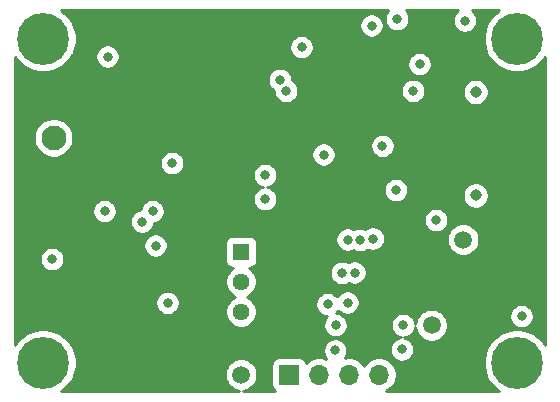
<source format=gbr>
%TF.GenerationSoftware,KiCad,Pcbnew,(5.1.6-0-10_14)*%
%TF.CreationDate,2021-11-28T10:34:50-06:00*%
%TF.ProjectId,EE514 Project,45453531-3420-4507-926f-6a6563742e6b,rev?*%
%TF.SameCoordinates,Original*%
%TF.FileFunction,Copper,L3,Inr*%
%TF.FilePolarity,Positive*%
%FSLAX46Y46*%
G04 Gerber Fmt 4.6, Leading zero omitted, Abs format (unit mm)*
G04 Created by KiCad (PCBNEW (5.1.6-0-10_14)) date 2021-11-28 10:34:50*
%MOMM*%
%LPD*%
G01*
G04 APERTURE LIST*
%TA.AperFunction,ViaPad*%
%ADD10O,1.700000X1.700000*%
%TD*%
%TA.AperFunction,ViaPad*%
%ADD11R,1.700000X1.700000*%
%TD*%
%TA.AperFunction,ViaPad*%
%ADD12C,0.700000*%
%TD*%
%TA.AperFunction,ViaPad*%
%ADD13C,4.400000*%
%TD*%
%TA.AperFunction,ViaPad*%
%ADD14C,1.500000*%
%TD*%
%TA.AperFunction,ViaPad*%
%ADD15R,1.440000X1.440000*%
%TD*%
%TA.AperFunction,ViaPad*%
%ADD16C,1.440000*%
%TD*%
%TA.AperFunction,ViaPad*%
%ADD17C,0.970000*%
%TD*%
%TA.AperFunction,ViaPad*%
%ADD18C,2.100000*%
%TD*%
%TA.AperFunction,ViaPad*%
%ADD19R,2.100000X2.100000*%
%TD*%
%TA.AperFunction,ViaPad*%
%ADD20C,0.800000*%
%TD*%
%TA.AperFunction,Conductor*%
%ADD21C,0.254000*%
%TD*%
G04 APERTURE END LIST*
D10*
%TO.N,/LE_PLL*%
%TO.C,J102*%
X153162000Y-124460000D03*
%TO.N,/DATA_PLL*%
X150622000Y-124460000D03*
%TO.N,/CLK_PLL*%
X148082000Y-124460000D03*
D11*
%TO.N,GND*%
X145542000Y-124460000D03*
%TD*%
D12*
%TO.N,GND*%
%TO.C,H104*%
X166012726Y-94845274D03*
X164846000Y-94362000D03*
X163679274Y-94845274D03*
X163196000Y-96012000D03*
X163679274Y-97178726D03*
X164846000Y-97662000D03*
X166012726Y-97178726D03*
X166496000Y-96012000D03*
D13*
X164846000Y-96012000D03*
%TD*%
D12*
%TO.N,GND*%
%TO.C,H103*%
X166012726Y-122277274D03*
X164846000Y-121794000D03*
X163679274Y-122277274D03*
X163196000Y-123444000D03*
X163679274Y-124610726D03*
X164846000Y-125094000D03*
X166012726Y-124610726D03*
X166496000Y-123444000D03*
D13*
X164846000Y-123444000D03*
%TD*%
D12*
%TO.N,GND*%
%TO.C,H102*%
X125880726Y-122277274D03*
X124714000Y-121794000D03*
X123547274Y-122277274D03*
X123064000Y-123444000D03*
X123547274Y-124610726D03*
X124714000Y-125094000D03*
X125880726Y-124610726D03*
X126364000Y-123444000D03*
D13*
X124714000Y-123444000D03*
%TD*%
D12*
%TO.N,GND*%
%TO.C,H101*%
X125880726Y-94845274D03*
X124714000Y-94362000D03*
X123547274Y-94845274D03*
X123064000Y-96012000D03*
X123547274Y-97178726D03*
X124714000Y-97662000D03*
X125880726Y-97178726D03*
X126364000Y-96012000D03*
D13*
X124714000Y-96012000D03*
%TD*%
D14*
%TO.N,/Reference Oscillator/10MHz_REF_OUT*%
%TO.C,TP201*%
X141478000Y-124460000D03*
%TD*%
%TO.N,/Vp*%
%TO.C,TP102*%
X157607000Y-120269000D03*
%TD*%
%TO.N,Net-(D102-Pad2)*%
%TO.C,TP101*%
X160274000Y-113030000D03*
%TD*%
D15*
%TO.N,/Reference Oscillator/10MHz_REF_OUT*%
%TO.C,RV201*%
X141478000Y-114046000D03*
D16*
X141478000Y-116586000D03*
%TO.N,Net-(R201-Pad1)*%
X141478000Y-119126000D03*
%TD*%
D17*
%TO.N,GND*%
%TO.C,J103*%
X161348000Y-100522000D03*
X161348000Y-109282000D03*
%TD*%
D18*
%TO.N,GND*%
%TO.C,J101*%
X125603000Y-104394000D03*
D19*
%TO.N,+5V*%
X125603000Y-101854000D03*
%TD*%
D20*
%TO.N,GND*%
X125476000Y-114681000D03*
X129921000Y-110617000D03*
X133985000Y-110617000D03*
X133096000Y-111506000D03*
X134239000Y-113538000D03*
X135255000Y-118373600D03*
X135636000Y-106553000D03*
X130175000Y-97536000D03*
X143510000Y-107569000D03*
X143510000Y-109601000D03*
X149479000Y-120269000D03*
X148809000Y-118491000D03*
X155194000Y-120269000D03*
X155090490Y-122324490D03*
X149455500Y-122404502D03*
X165227000Y-119507000D03*
X157988000Y-111379000D03*
X150495000Y-113030000D03*
X151537048Y-113044421D03*
X154584398Y-108839000D03*
X153441400Y-105079800D03*
X148463000Y-105816400D03*
X145288000Y-100431600D03*
X144754600Y-99491800D03*
X146608800Y-96723200D03*
X152527000Y-94894400D03*
X156057600Y-100431600D03*
X156591000Y-98171000D03*
X160426400Y-94488000D03*
%TO.N,+5V*%
X131953000Y-110617000D03*
X138049000Y-110617000D03*
X127635000Y-111506000D03*
X138303000Y-113538000D03*
X154701000Y-116063000D03*
X153885026Y-116063006D03*
X160655000Y-117221008D03*
X142113000Y-110617000D03*
X146454500Y-108481492D03*
%TO.N,/LE_PLL*%
X151098590Y-115820163D03*
%TO.N,/DATA_PLL*%
X150495000Y-118364000D03*
%TO.N,/CLK_PLL*%
X150019228Y-115839828D03*
%TO.N,/CP_OUT*%
X154686000Y-94361000D03*
X152630074Y-112934900D03*
%TD*%
D21*
%TO.N,+5V*%
G36*
X153882063Y-93701226D02*
G01*
X153768795Y-93870744D01*
X153690774Y-94059102D01*
X153651000Y-94259061D01*
X153651000Y-94462939D01*
X153690774Y-94662898D01*
X153768795Y-94851256D01*
X153882063Y-95020774D01*
X154026226Y-95164937D01*
X154195744Y-95278205D01*
X154384102Y-95356226D01*
X154584061Y-95396000D01*
X154787939Y-95396000D01*
X154987898Y-95356226D01*
X155176256Y-95278205D01*
X155345774Y-95164937D01*
X155489937Y-95020774D01*
X155603205Y-94851256D01*
X155681226Y-94662898D01*
X155721000Y-94462939D01*
X155721000Y-94259061D01*
X155681226Y-94059102D01*
X155603205Y-93870744D01*
X155489937Y-93701226D01*
X155412711Y-93624000D01*
X159856517Y-93624000D01*
X159766626Y-93684063D01*
X159622463Y-93828226D01*
X159509195Y-93997744D01*
X159431174Y-94186102D01*
X159391400Y-94386061D01*
X159391400Y-94589939D01*
X159431174Y-94789898D01*
X159509195Y-94978256D01*
X159622463Y-95147774D01*
X159766626Y-95291937D01*
X159936144Y-95405205D01*
X160124502Y-95483226D01*
X160324461Y-95523000D01*
X160528339Y-95523000D01*
X160728298Y-95483226D01*
X160916656Y-95405205D01*
X161086174Y-95291937D01*
X161230337Y-95147774D01*
X161343605Y-94978256D01*
X161421626Y-94789898D01*
X161461400Y-94589939D01*
X161461400Y-94386061D01*
X161421626Y-94186102D01*
X161343605Y-93997744D01*
X161230337Y-93828226D01*
X161086174Y-93684063D01*
X160996283Y-93624000D01*
X163317030Y-93624000D01*
X163038793Y-93809912D01*
X162643912Y-94204793D01*
X162333656Y-94669124D01*
X162119948Y-95185061D01*
X162011000Y-95732777D01*
X162011000Y-96291223D01*
X162119948Y-96838939D01*
X162333656Y-97354876D01*
X162643912Y-97819207D01*
X163038793Y-98214088D01*
X163503124Y-98524344D01*
X164019061Y-98738052D01*
X164566777Y-98847000D01*
X165125223Y-98847000D01*
X165672939Y-98738052D01*
X166188876Y-98524344D01*
X166653207Y-98214088D01*
X167048088Y-97819207D01*
X167234000Y-97540970D01*
X167234001Y-121915031D01*
X167048088Y-121636793D01*
X166653207Y-121241912D01*
X166188876Y-120931656D01*
X165672939Y-120717948D01*
X165125223Y-120609000D01*
X164566777Y-120609000D01*
X164019061Y-120717948D01*
X163503124Y-120931656D01*
X163038793Y-121241912D01*
X162643912Y-121636793D01*
X162333656Y-122101124D01*
X162119948Y-122617061D01*
X162011000Y-123164777D01*
X162011000Y-123723223D01*
X162119948Y-124270939D01*
X162333656Y-124786876D01*
X162643912Y-125251207D01*
X163038793Y-125646088D01*
X163317030Y-125832000D01*
X153730190Y-125832000D01*
X153865411Y-125775990D01*
X154108632Y-125613475D01*
X154315475Y-125406632D01*
X154477990Y-125163411D01*
X154589932Y-124893158D01*
X154647000Y-124606260D01*
X154647000Y-124313740D01*
X154589932Y-124026842D01*
X154477990Y-123756589D01*
X154315475Y-123513368D01*
X154108632Y-123306525D01*
X153865411Y-123144010D01*
X153595158Y-123032068D01*
X153308260Y-122975000D01*
X153015740Y-122975000D01*
X152728842Y-123032068D01*
X152458589Y-123144010D01*
X152215368Y-123306525D01*
X152008525Y-123513368D01*
X151892000Y-123687760D01*
X151775475Y-123513368D01*
X151568632Y-123306525D01*
X151325411Y-123144010D01*
X151055158Y-123032068D01*
X150768260Y-122975000D01*
X150475740Y-122975000D01*
X150295077Y-123010936D01*
X150372705Y-122894758D01*
X150450726Y-122706400D01*
X150490500Y-122506441D01*
X150490500Y-122302563D01*
X150474585Y-122222551D01*
X154055490Y-122222551D01*
X154055490Y-122426429D01*
X154095264Y-122626388D01*
X154173285Y-122814746D01*
X154286553Y-122984264D01*
X154430716Y-123128427D01*
X154600234Y-123241695D01*
X154788592Y-123319716D01*
X154988551Y-123359490D01*
X155192429Y-123359490D01*
X155392388Y-123319716D01*
X155580746Y-123241695D01*
X155750264Y-123128427D01*
X155894427Y-122984264D01*
X156007695Y-122814746D01*
X156085716Y-122626388D01*
X156125490Y-122426429D01*
X156125490Y-122222551D01*
X156085716Y-122022592D01*
X156007695Y-121834234D01*
X155894427Y-121664716D01*
X155750264Y-121520553D01*
X155580746Y-121407285D01*
X155392388Y-121329264D01*
X155265376Y-121304000D01*
X155295939Y-121304000D01*
X155495898Y-121264226D01*
X155684256Y-121186205D01*
X155853774Y-121072937D01*
X155997937Y-120928774D01*
X156111205Y-120759256D01*
X156189226Y-120570898D01*
X156222072Y-120405771D01*
X156275225Y-120672989D01*
X156379629Y-120925043D01*
X156531201Y-121151886D01*
X156724114Y-121344799D01*
X156950957Y-121496371D01*
X157203011Y-121600775D01*
X157470589Y-121654000D01*
X157743411Y-121654000D01*
X158010989Y-121600775D01*
X158263043Y-121496371D01*
X158489886Y-121344799D01*
X158682799Y-121151886D01*
X158834371Y-120925043D01*
X158938775Y-120672989D01*
X158992000Y-120405411D01*
X158992000Y-120132589D01*
X158938775Y-119865011D01*
X158834371Y-119612957D01*
X158695460Y-119405061D01*
X164192000Y-119405061D01*
X164192000Y-119608939D01*
X164231774Y-119808898D01*
X164309795Y-119997256D01*
X164423063Y-120166774D01*
X164567226Y-120310937D01*
X164736744Y-120424205D01*
X164925102Y-120502226D01*
X165125061Y-120542000D01*
X165328939Y-120542000D01*
X165528898Y-120502226D01*
X165717256Y-120424205D01*
X165886774Y-120310937D01*
X166030937Y-120166774D01*
X166144205Y-119997256D01*
X166222226Y-119808898D01*
X166262000Y-119608939D01*
X166262000Y-119405061D01*
X166222226Y-119205102D01*
X166144205Y-119016744D01*
X166030937Y-118847226D01*
X165886774Y-118703063D01*
X165717256Y-118589795D01*
X165528898Y-118511774D01*
X165328939Y-118472000D01*
X165125061Y-118472000D01*
X164925102Y-118511774D01*
X164736744Y-118589795D01*
X164567226Y-118703063D01*
X164423063Y-118847226D01*
X164309795Y-119016744D01*
X164231774Y-119205102D01*
X164192000Y-119405061D01*
X158695460Y-119405061D01*
X158682799Y-119386114D01*
X158489886Y-119193201D01*
X158263043Y-119041629D01*
X158010989Y-118937225D01*
X157743411Y-118884000D01*
X157470589Y-118884000D01*
X157203011Y-118937225D01*
X156950957Y-119041629D01*
X156724114Y-119193201D01*
X156531201Y-119386114D01*
X156379629Y-119612957D01*
X156275225Y-119865011D01*
X156222072Y-120132229D01*
X156189226Y-119967102D01*
X156111205Y-119778744D01*
X155997937Y-119609226D01*
X155853774Y-119465063D01*
X155684256Y-119351795D01*
X155495898Y-119273774D01*
X155295939Y-119234000D01*
X155092061Y-119234000D01*
X154892102Y-119273774D01*
X154703744Y-119351795D01*
X154534226Y-119465063D01*
X154390063Y-119609226D01*
X154276795Y-119778744D01*
X154198774Y-119967102D01*
X154159000Y-120167061D01*
X154159000Y-120370939D01*
X154198774Y-120570898D01*
X154276795Y-120759256D01*
X154390063Y-120928774D01*
X154534226Y-121072937D01*
X154703744Y-121186205D01*
X154892102Y-121264226D01*
X155019114Y-121289490D01*
X154988551Y-121289490D01*
X154788592Y-121329264D01*
X154600234Y-121407285D01*
X154430716Y-121520553D01*
X154286553Y-121664716D01*
X154173285Y-121834234D01*
X154095264Y-122022592D01*
X154055490Y-122222551D01*
X150474585Y-122222551D01*
X150450726Y-122102604D01*
X150372705Y-121914246D01*
X150259437Y-121744728D01*
X150115274Y-121600565D01*
X149945756Y-121487297D01*
X149757398Y-121409276D01*
X149557439Y-121369502D01*
X149353561Y-121369502D01*
X149153602Y-121409276D01*
X148965244Y-121487297D01*
X148795726Y-121600565D01*
X148651563Y-121744728D01*
X148538295Y-121914246D01*
X148460274Y-122102604D01*
X148420500Y-122302563D01*
X148420500Y-122506441D01*
X148460274Y-122706400D01*
X148538295Y-122894758D01*
X148651563Y-123064276D01*
X148693033Y-123105746D01*
X148515158Y-123032068D01*
X148228260Y-122975000D01*
X147935740Y-122975000D01*
X147648842Y-123032068D01*
X147378589Y-123144010D01*
X147135368Y-123306525D01*
X147003513Y-123438380D01*
X146981502Y-123365820D01*
X146922537Y-123255506D01*
X146843185Y-123158815D01*
X146746494Y-123079463D01*
X146636180Y-123020498D01*
X146516482Y-122984188D01*
X146392000Y-122971928D01*
X144692000Y-122971928D01*
X144567518Y-122984188D01*
X144447820Y-123020498D01*
X144337506Y-123079463D01*
X144240815Y-123158815D01*
X144161463Y-123255506D01*
X144102498Y-123365820D01*
X144066188Y-123485518D01*
X144053928Y-123610000D01*
X144053928Y-125310000D01*
X144066188Y-125434482D01*
X144102498Y-125554180D01*
X144161463Y-125664494D01*
X144240815Y-125761185D01*
X144327104Y-125832000D01*
X141679766Y-125832000D01*
X141881989Y-125791775D01*
X142134043Y-125687371D01*
X142360886Y-125535799D01*
X142553799Y-125342886D01*
X142705371Y-125116043D01*
X142809775Y-124863989D01*
X142863000Y-124596411D01*
X142863000Y-124323589D01*
X142809775Y-124056011D01*
X142705371Y-123803957D01*
X142553799Y-123577114D01*
X142360886Y-123384201D01*
X142134043Y-123232629D01*
X141881989Y-123128225D01*
X141614411Y-123075000D01*
X141341589Y-123075000D01*
X141074011Y-123128225D01*
X140821957Y-123232629D01*
X140595114Y-123384201D01*
X140402201Y-123577114D01*
X140250629Y-123803957D01*
X140146225Y-124056011D01*
X140093000Y-124323589D01*
X140093000Y-124596411D01*
X140146225Y-124863989D01*
X140250629Y-125116043D01*
X140402201Y-125342886D01*
X140595114Y-125535799D01*
X140821957Y-125687371D01*
X141074011Y-125791775D01*
X141276234Y-125832000D01*
X126242970Y-125832000D01*
X126521207Y-125646088D01*
X126916088Y-125251207D01*
X127226344Y-124786876D01*
X127440052Y-124270939D01*
X127549000Y-123723223D01*
X127549000Y-123164777D01*
X127440052Y-122617061D01*
X127226344Y-122101124D01*
X126916088Y-121636793D01*
X126521207Y-121241912D01*
X126056876Y-120931656D01*
X125540939Y-120717948D01*
X124993223Y-120609000D01*
X124434777Y-120609000D01*
X123887061Y-120717948D01*
X123371124Y-120931656D01*
X122906793Y-121241912D01*
X122511912Y-121636793D01*
X122326000Y-121915030D01*
X122326000Y-118271661D01*
X134220000Y-118271661D01*
X134220000Y-118475539D01*
X134259774Y-118675498D01*
X134337795Y-118863856D01*
X134451063Y-119033374D01*
X134595226Y-119177537D01*
X134764744Y-119290805D01*
X134953102Y-119368826D01*
X135153061Y-119408600D01*
X135356939Y-119408600D01*
X135556898Y-119368826D01*
X135745256Y-119290805D01*
X135914774Y-119177537D01*
X136058937Y-119033374D01*
X136172205Y-118863856D01*
X136250226Y-118675498D01*
X136290000Y-118475539D01*
X136290000Y-118271661D01*
X136250226Y-118071702D01*
X136172205Y-117883344D01*
X136058937Y-117713826D01*
X135914774Y-117569663D01*
X135745256Y-117456395D01*
X135556898Y-117378374D01*
X135356939Y-117338600D01*
X135153061Y-117338600D01*
X134953102Y-117378374D01*
X134764744Y-117456395D01*
X134595226Y-117569663D01*
X134451063Y-117713826D01*
X134337795Y-117883344D01*
X134259774Y-118071702D01*
X134220000Y-118271661D01*
X122326000Y-118271661D01*
X122326000Y-114579061D01*
X124441000Y-114579061D01*
X124441000Y-114782939D01*
X124480774Y-114982898D01*
X124558795Y-115171256D01*
X124672063Y-115340774D01*
X124816226Y-115484937D01*
X124985744Y-115598205D01*
X125174102Y-115676226D01*
X125374061Y-115716000D01*
X125577939Y-115716000D01*
X125777898Y-115676226D01*
X125966256Y-115598205D01*
X126135774Y-115484937D01*
X126279937Y-115340774D01*
X126393205Y-115171256D01*
X126471226Y-114982898D01*
X126511000Y-114782939D01*
X126511000Y-114579061D01*
X126471226Y-114379102D01*
X126393205Y-114190744D01*
X126279937Y-114021226D01*
X126135774Y-113877063D01*
X125966256Y-113763795D01*
X125777898Y-113685774D01*
X125577939Y-113646000D01*
X125374061Y-113646000D01*
X125174102Y-113685774D01*
X124985744Y-113763795D01*
X124816226Y-113877063D01*
X124672063Y-114021226D01*
X124558795Y-114190744D01*
X124480774Y-114379102D01*
X124441000Y-114579061D01*
X122326000Y-114579061D01*
X122326000Y-113436061D01*
X133204000Y-113436061D01*
X133204000Y-113639939D01*
X133243774Y-113839898D01*
X133321795Y-114028256D01*
X133435063Y-114197774D01*
X133579226Y-114341937D01*
X133748744Y-114455205D01*
X133937102Y-114533226D01*
X134137061Y-114573000D01*
X134340939Y-114573000D01*
X134540898Y-114533226D01*
X134729256Y-114455205D01*
X134898774Y-114341937D01*
X135042937Y-114197774D01*
X135156205Y-114028256D01*
X135234226Y-113839898D01*
X135274000Y-113639939D01*
X135274000Y-113436061D01*
X135252108Y-113326000D01*
X140119928Y-113326000D01*
X140119928Y-114766000D01*
X140132188Y-114890482D01*
X140168498Y-115010180D01*
X140227463Y-115120494D01*
X140306815Y-115217185D01*
X140403506Y-115296537D01*
X140513820Y-115355502D01*
X140633518Y-115391812D01*
X140758000Y-115404072D01*
X140807945Y-115404072D01*
X140614238Y-115533503D01*
X140425503Y-115722238D01*
X140277215Y-115944167D01*
X140175072Y-116190761D01*
X140123000Y-116452544D01*
X140123000Y-116719456D01*
X140175072Y-116981239D01*
X140277215Y-117227833D01*
X140425503Y-117449762D01*
X140614238Y-117638497D01*
X140836167Y-117786785D01*
X141003266Y-117856000D01*
X140836167Y-117925215D01*
X140614238Y-118073503D01*
X140425503Y-118262238D01*
X140277215Y-118484167D01*
X140175072Y-118730761D01*
X140123000Y-118992544D01*
X140123000Y-119259456D01*
X140175072Y-119521239D01*
X140277215Y-119767833D01*
X140425503Y-119989762D01*
X140614238Y-120178497D01*
X140836167Y-120326785D01*
X141082761Y-120428928D01*
X141344544Y-120481000D01*
X141611456Y-120481000D01*
X141873239Y-120428928D01*
X142119833Y-120326785D01*
X142341762Y-120178497D01*
X142530497Y-119989762D01*
X142678785Y-119767833D01*
X142780928Y-119521239D01*
X142833000Y-119259456D01*
X142833000Y-118992544D01*
X142780928Y-118730761D01*
X142678785Y-118484167D01*
X142615238Y-118389061D01*
X147774000Y-118389061D01*
X147774000Y-118592939D01*
X147813774Y-118792898D01*
X147891795Y-118981256D01*
X148005063Y-119150774D01*
X148149226Y-119294937D01*
X148318744Y-119408205D01*
X148507102Y-119486226D01*
X148707061Y-119526000D01*
X148758289Y-119526000D01*
X148675063Y-119609226D01*
X148561795Y-119778744D01*
X148483774Y-119967102D01*
X148444000Y-120167061D01*
X148444000Y-120370939D01*
X148483774Y-120570898D01*
X148561795Y-120759256D01*
X148675063Y-120928774D01*
X148819226Y-121072937D01*
X148988744Y-121186205D01*
X149177102Y-121264226D01*
X149377061Y-121304000D01*
X149580939Y-121304000D01*
X149780898Y-121264226D01*
X149969256Y-121186205D01*
X150138774Y-121072937D01*
X150282937Y-120928774D01*
X150396205Y-120759256D01*
X150474226Y-120570898D01*
X150514000Y-120370939D01*
X150514000Y-120167061D01*
X150474226Y-119967102D01*
X150396205Y-119778744D01*
X150282937Y-119609226D01*
X150138774Y-119465063D01*
X149969256Y-119351795D01*
X149780898Y-119273774D01*
X149580939Y-119234000D01*
X149529711Y-119234000D01*
X149612937Y-119150774D01*
X149695099Y-119027810D01*
X149835226Y-119167937D01*
X150004744Y-119281205D01*
X150193102Y-119359226D01*
X150393061Y-119399000D01*
X150596939Y-119399000D01*
X150796898Y-119359226D01*
X150985256Y-119281205D01*
X151154774Y-119167937D01*
X151298937Y-119023774D01*
X151412205Y-118854256D01*
X151490226Y-118665898D01*
X151530000Y-118465939D01*
X151530000Y-118262061D01*
X151490226Y-118062102D01*
X151412205Y-117873744D01*
X151298937Y-117704226D01*
X151154774Y-117560063D01*
X150985256Y-117446795D01*
X150796898Y-117368774D01*
X150596939Y-117329000D01*
X150393061Y-117329000D01*
X150193102Y-117368774D01*
X150004744Y-117446795D01*
X149835226Y-117560063D01*
X149691063Y-117704226D01*
X149608901Y-117827190D01*
X149468774Y-117687063D01*
X149299256Y-117573795D01*
X149110898Y-117495774D01*
X148910939Y-117456000D01*
X148707061Y-117456000D01*
X148507102Y-117495774D01*
X148318744Y-117573795D01*
X148149226Y-117687063D01*
X148005063Y-117831226D01*
X147891795Y-118000744D01*
X147813774Y-118189102D01*
X147774000Y-118389061D01*
X142615238Y-118389061D01*
X142530497Y-118262238D01*
X142341762Y-118073503D01*
X142119833Y-117925215D01*
X141952734Y-117856000D01*
X142119833Y-117786785D01*
X142341762Y-117638497D01*
X142530497Y-117449762D01*
X142678785Y-117227833D01*
X142780928Y-116981239D01*
X142833000Y-116719456D01*
X142833000Y-116452544D01*
X142780928Y-116190761D01*
X142678785Y-115944167D01*
X142540955Y-115737889D01*
X148984228Y-115737889D01*
X148984228Y-115941767D01*
X149024002Y-116141726D01*
X149102023Y-116330084D01*
X149215291Y-116499602D01*
X149359454Y-116643765D01*
X149528972Y-116757033D01*
X149717330Y-116835054D01*
X149917289Y-116874828D01*
X150121167Y-116874828D01*
X150321126Y-116835054D01*
X150509484Y-116757033D01*
X150573624Y-116714176D01*
X150608334Y-116737368D01*
X150796692Y-116815389D01*
X150996651Y-116855163D01*
X151200529Y-116855163D01*
X151400488Y-116815389D01*
X151588846Y-116737368D01*
X151758364Y-116624100D01*
X151902527Y-116479937D01*
X152015795Y-116310419D01*
X152093816Y-116122061D01*
X152133590Y-115922102D01*
X152133590Y-115718224D01*
X152093816Y-115518265D01*
X152015795Y-115329907D01*
X151902527Y-115160389D01*
X151758364Y-115016226D01*
X151588846Y-114902958D01*
X151400488Y-114824937D01*
X151200529Y-114785163D01*
X150996651Y-114785163D01*
X150796692Y-114824937D01*
X150608334Y-114902958D01*
X150544194Y-114945815D01*
X150509484Y-114922623D01*
X150321126Y-114844602D01*
X150121167Y-114804828D01*
X149917289Y-114804828D01*
X149717330Y-114844602D01*
X149528972Y-114922623D01*
X149359454Y-115035891D01*
X149215291Y-115180054D01*
X149102023Y-115349572D01*
X149024002Y-115537930D01*
X148984228Y-115737889D01*
X142540955Y-115737889D01*
X142530497Y-115722238D01*
X142341762Y-115533503D01*
X142148055Y-115404072D01*
X142198000Y-115404072D01*
X142322482Y-115391812D01*
X142442180Y-115355502D01*
X142552494Y-115296537D01*
X142649185Y-115217185D01*
X142728537Y-115120494D01*
X142787502Y-115010180D01*
X142823812Y-114890482D01*
X142836072Y-114766000D01*
X142836072Y-113326000D01*
X142823812Y-113201518D01*
X142787502Y-113081820D01*
X142728537Y-112971506D01*
X142692883Y-112928061D01*
X149460000Y-112928061D01*
X149460000Y-113131939D01*
X149499774Y-113331898D01*
X149577795Y-113520256D01*
X149691063Y-113689774D01*
X149835226Y-113833937D01*
X150004744Y-113947205D01*
X150193102Y-114025226D01*
X150393061Y-114065000D01*
X150596939Y-114065000D01*
X150796898Y-114025226D01*
X150985256Y-113947205D01*
X151005233Y-113933857D01*
X151046792Y-113961626D01*
X151235150Y-114039647D01*
X151435109Y-114079421D01*
X151638987Y-114079421D01*
X151838946Y-114039647D01*
X152027304Y-113961626D01*
X152171546Y-113865247D01*
X152328176Y-113930126D01*
X152528135Y-113969900D01*
X152732013Y-113969900D01*
X152931972Y-113930126D01*
X153120330Y-113852105D01*
X153289848Y-113738837D01*
X153434011Y-113594674D01*
X153547279Y-113425156D01*
X153625300Y-113236798D01*
X153665074Y-113036839D01*
X153665074Y-112893589D01*
X158889000Y-112893589D01*
X158889000Y-113166411D01*
X158942225Y-113433989D01*
X159046629Y-113686043D01*
X159198201Y-113912886D01*
X159391114Y-114105799D01*
X159617957Y-114257371D01*
X159870011Y-114361775D01*
X160137589Y-114415000D01*
X160410411Y-114415000D01*
X160677989Y-114361775D01*
X160930043Y-114257371D01*
X161156886Y-114105799D01*
X161349799Y-113912886D01*
X161501371Y-113686043D01*
X161605775Y-113433989D01*
X161659000Y-113166411D01*
X161659000Y-112893589D01*
X161605775Y-112626011D01*
X161501371Y-112373957D01*
X161349799Y-112147114D01*
X161156886Y-111954201D01*
X160930043Y-111802629D01*
X160677989Y-111698225D01*
X160410411Y-111645000D01*
X160137589Y-111645000D01*
X159870011Y-111698225D01*
X159617957Y-111802629D01*
X159391114Y-111954201D01*
X159198201Y-112147114D01*
X159046629Y-112373957D01*
X158942225Y-112626011D01*
X158889000Y-112893589D01*
X153665074Y-112893589D01*
X153665074Y-112832961D01*
X153625300Y-112633002D01*
X153547279Y-112444644D01*
X153434011Y-112275126D01*
X153289848Y-112130963D01*
X153120330Y-112017695D01*
X152931972Y-111939674D01*
X152732013Y-111899900D01*
X152528135Y-111899900D01*
X152328176Y-111939674D01*
X152139818Y-112017695D01*
X151995576Y-112114074D01*
X151838946Y-112049195D01*
X151638987Y-112009421D01*
X151435109Y-112009421D01*
X151235150Y-112049195D01*
X151046792Y-112127216D01*
X151026815Y-112140564D01*
X150985256Y-112112795D01*
X150796898Y-112034774D01*
X150596939Y-111995000D01*
X150393061Y-111995000D01*
X150193102Y-112034774D01*
X150004744Y-112112795D01*
X149835226Y-112226063D01*
X149691063Y-112370226D01*
X149577795Y-112539744D01*
X149499774Y-112728102D01*
X149460000Y-112928061D01*
X142692883Y-112928061D01*
X142649185Y-112874815D01*
X142552494Y-112795463D01*
X142442180Y-112736498D01*
X142322482Y-112700188D01*
X142198000Y-112687928D01*
X140758000Y-112687928D01*
X140633518Y-112700188D01*
X140513820Y-112736498D01*
X140403506Y-112795463D01*
X140306815Y-112874815D01*
X140227463Y-112971506D01*
X140168498Y-113081820D01*
X140132188Y-113201518D01*
X140119928Y-113326000D01*
X135252108Y-113326000D01*
X135234226Y-113236102D01*
X135156205Y-113047744D01*
X135042937Y-112878226D01*
X134898774Y-112734063D01*
X134729256Y-112620795D01*
X134540898Y-112542774D01*
X134340939Y-112503000D01*
X134137061Y-112503000D01*
X133937102Y-112542774D01*
X133748744Y-112620795D01*
X133579226Y-112734063D01*
X133435063Y-112878226D01*
X133321795Y-113047744D01*
X133243774Y-113236102D01*
X133204000Y-113436061D01*
X122326000Y-113436061D01*
X122326000Y-110515061D01*
X128886000Y-110515061D01*
X128886000Y-110718939D01*
X128925774Y-110918898D01*
X129003795Y-111107256D01*
X129117063Y-111276774D01*
X129261226Y-111420937D01*
X129430744Y-111534205D01*
X129619102Y-111612226D01*
X129819061Y-111652000D01*
X130022939Y-111652000D01*
X130222898Y-111612226D01*
X130411256Y-111534205D01*
X130580774Y-111420937D01*
X130597650Y-111404061D01*
X132061000Y-111404061D01*
X132061000Y-111607939D01*
X132100774Y-111807898D01*
X132178795Y-111996256D01*
X132292063Y-112165774D01*
X132436226Y-112309937D01*
X132605744Y-112423205D01*
X132794102Y-112501226D01*
X132994061Y-112541000D01*
X133197939Y-112541000D01*
X133397898Y-112501226D01*
X133586256Y-112423205D01*
X133755774Y-112309937D01*
X133899937Y-112165774D01*
X134013205Y-111996256D01*
X134091226Y-111807898D01*
X134123690Y-111644690D01*
X134286898Y-111612226D01*
X134475256Y-111534205D01*
X134644774Y-111420937D01*
X134788650Y-111277061D01*
X156953000Y-111277061D01*
X156953000Y-111480939D01*
X156992774Y-111680898D01*
X157070795Y-111869256D01*
X157184063Y-112038774D01*
X157328226Y-112182937D01*
X157497744Y-112296205D01*
X157686102Y-112374226D01*
X157886061Y-112414000D01*
X158089939Y-112414000D01*
X158289898Y-112374226D01*
X158478256Y-112296205D01*
X158647774Y-112182937D01*
X158791937Y-112038774D01*
X158905205Y-111869256D01*
X158983226Y-111680898D01*
X159023000Y-111480939D01*
X159023000Y-111277061D01*
X158983226Y-111077102D01*
X158905205Y-110888744D01*
X158791937Y-110719226D01*
X158647774Y-110575063D01*
X158478256Y-110461795D01*
X158289898Y-110383774D01*
X158089939Y-110344000D01*
X157886061Y-110344000D01*
X157686102Y-110383774D01*
X157497744Y-110461795D01*
X157328226Y-110575063D01*
X157184063Y-110719226D01*
X157070795Y-110888744D01*
X156992774Y-111077102D01*
X156953000Y-111277061D01*
X134788650Y-111277061D01*
X134788937Y-111276774D01*
X134902205Y-111107256D01*
X134980226Y-110918898D01*
X135020000Y-110718939D01*
X135020000Y-110515061D01*
X134980226Y-110315102D01*
X134902205Y-110126744D01*
X134788937Y-109957226D01*
X134644774Y-109813063D01*
X134475256Y-109699795D01*
X134286898Y-109621774D01*
X134086939Y-109582000D01*
X133883061Y-109582000D01*
X133683102Y-109621774D01*
X133494744Y-109699795D01*
X133325226Y-109813063D01*
X133181063Y-109957226D01*
X133067795Y-110126744D01*
X132989774Y-110315102D01*
X132957310Y-110478310D01*
X132794102Y-110510774D01*
X132605744Y-110588795D01*
X132436226Y-110702063D01*
X132292063Y-110846226D01*
X132178795Y-111015744D01*
X132100774Y-111204102D01*
X132061000Y-111404061D01*
X130597650Y-111404061D01*
X130724937Y-111276774D01*
X130838205Y-111107256D01*
X130916226Y-110918898D01*
X130956000Y-110718939D01*
X130956000Y-110515061D01*
X130916226Y-110315102D01*
X130838205Y-110126744D01*
X130724937Y-109957226D01*
X130580774Y-109813063D01*
X130411256Y-109699795D01*
X130222898Y-109621774D01*
X130022939Y-109582000D01*
X129819061Y-109582000D01*
X129619102Y-109621774D01*
X129430744Y-109699795D01*
X129261226Y-109813063D01*
X129117063Y-109957226D01*
X129003795Y-110126744D01*
X128925774Y-110315102D01*
X128886000Y-110515061D01*
X122326000Y-110515061D01*
X122326000Y-106451061D01*
X134601000Y-106451061D01*
X134601000Y-106654939D01*
X134640774Y-106854898D01*
X134718795Y-107043256D01*
X134832063Y-107212774D01*
X134976226Y-107356937D01*
X135145744Y-107470205D01*
X135334102Y-107548226D01*
X135534061Y-107588000D01*
X135737939Y-107588000D01*
X135937898Y-107548226D01*
X136126256Y-107470205D01*
X136130961Y-107467061D01*
X142475000Y-107467061D01*
X142475000Y-107670939D01*
X142514774Y-107870898D01*
X142592795Y-108059256D01*
X142706063Y-108228774D01*
X142850226Y-108372937D01*
X143019744Y-108486205D01*
X143208102Y-108564226D01*
X143312541Y-108585000D01*
X143208102Y-108605774D01*
X143019744Y-108683795D01*
X142850226Y-108797063D01*
X142706063Y-108941226D01*
X142592795Y-109110744D01*
X142514774Y-109299102D01*
X142475000Y-109499061D01*
X142475000Y-109702939D01*
X142514774Y-109902898D01*
X142592795Y-110091256D01*
X142706063Y-110260774D01*
X142850226Y-110404937D01*
X143019744Y-110518205D01*
X143208102Y-110596226D01*
X143408061Y-110636000D01*
X143611939Y-110636000D01*
X143811898Y-110596226D01*
X144000256Y-110518205D01*
X144169774Y-110404937D01*
X144313937Y-110260774D01*
X144427205Y-110091256D01*
X144505226Y-109902898D01*
X144545000Y-109702939D01*
X144545000Y-109499061D01*
X144505226Y-109299102D01*
X144427205Y-109110744D01*
X144313937Y-108941226D01*
X144169774Y-108797063D01*
X144079975Y-108737061D01*
X153549398Y-108737061D01*
X153549398Y-108940939D01*
X153589172Y-109140898D01*
X153667193Y-109329256D01*
X153780461Y-109498774D01*
X153924624Y-109642937D01*
X154094142Y-109756205D01*
X154282500Y-109834226D01*
X154482459Y-109874000D01*
X154686337Y-109874000D01*
X154886296Y-109834226D01*
X155074654Y-109756205D01*
X155244172Y-109642937D01*
X155388335Y-109498774D01*
X155501603Y-109329256D01*
X155566869Y-109171690D01*
X160228000Y-109171690D01*
X160228000Y-109392310D01*
X160271041Y-109608692D01*
X160355469Y-109812519D01*
X160478039Y-109995958D01*
X160634042Y-110151961D01*
X160817481Y-110274531D01*
X161021308Y-110358959D01*
X161237690Y-110402000D01*
X161458310Y-110402000D01*
X161674692Y-110358959D01*
X161878519Y-110274531D01*
X162061958Y-110151961D01*
X162217961Y-109995958D01*
X162340531Y-109812519D01*
X162424959Y-109608692D01*
X162468000Y-109392310D01*
X162468000Y-109171690D01*
X162424959Y-108955308D01*
X162340531Y-108751481D01*
X162217961Y-108568042D01*
X162061958Y-108412039D01*
X161878519Y-108289469D01*
X161674692Y-108205041D01*
X161458310Y-108162000D01*
X161237690Y-108162000D01*
X161021308Y-108205041D01*
X160817481Y-108289469D01*
X160634042Y-108412039D01*
X160478039Y-108568042D01*
X160355469Y-108751481D01*
X160271041Y-108955308D01*
X160228000Y-109171690D01*
X155566869Y-109171690D01*
X155579624Y-109140898D01*
X155619398Y-108940939D01*
X155619398Y-108737061D01*
X155579624Y-108537102D01*
X155501603Y-108348744D01*
X155388335Y-108179226D01*
X155244172Y-108035063D01*
X155074654Y-107921795D01*
X154886296Y-107843774D01*
X154686337Y-107804000D01*
X154482459Y-107804000D01*
X154282500Y-107843774D01*
X154094142Y-107921795D01*
X153924624Y-108035063D01*
X153780461Y-108179226D01*
X153667193Y-108348744D01*
X153589172Y-108537102D01*
X153549398Y-108737061D01*
X144079975Y-108737061D01*
X144000256Y-108683795D01*
X143811898Y-108605774D01*
X143707459Y-108585000D01*
X143811898Y-108564226D01*
X144000256Y-108486205D01*
X144169774Y-108372937D01*
X144313937Y-108228774D01*
X144427205Y-108059256D01*
X144505226Y-107870898D01*
X144545000Y-107670939D01*
X144545000Y-107467061D01*
X144505226Y-107267102D01*
X144427205Y-107078744D01*
X144313937Y-106909226D01*
X144169774Y-106765063D01*
X144000256Y-106651795D01*
X143811898Y-106573774D01*
X143611939Y-106534000D01*
X143408061Y-106534000D01*
X143208102Y-106573774D01*
X143019744Y-106651795D01*
X142850226Y-106765063D01*
X142706063Y-106909226D01*
X142592795Y-107078744D01*
X142514774Y-107267102D01*
X142475000Y-107467061D01*
X136130961Y-107467061D01*
X136295774Y-107356937D01*
X136439937Y-107212774D01*
X136553205Y-107043256D01*
X136631226Y-106854898D01*
X136671000Y-106654939D01*
X136671000Y-106451061D01*
X136631226Y-106251102D01*
X136553205Y-106062744D01*
X136439937Y-105893226D01*
X136295774Y-105749063D01*
X136243989Y-105714461D01*
X147428000Y-105714461D01*
X147428000Y-105918339D01*
X147467774Y-106118298D01*
X147545795Y-106306656D01*
X147659063Y-106476174D01*
X147803226Y-106620337D01*
X147972744Y-106733605D01*
X148161102Y-106811626D01*
X148361061Y-106851400D01*
X148564939Y-106851400D01*
X148764898Y-106811626D01*
X148953256Y-106733605D01*
X149122774Y-106620337D01*
X149266937Y-106476174D01*
X149380205Y-106306656D01*
X149458226Y-106118298D01*
X149498000Y-105918339D01*
X149498000Y-105714461D01*
X149458226Y-105514502D01*
X149380205Y-105326144D01*
X149266937Y-105156626D01*
X149122774Y-105012463D01*
X149070989Y-104977861D01*
X152406400Y-104977861D01*
X152406400Y-105181739D01*
X152446174Y-105381698D01*
X152524195Y-105570056D01*
X152637463Y-105739574D01*
X152781626Y-105883737D01*
X152951144Y-105997005D01*
X153139502Y-106075026D01*
X153339461Y-106114800D01*
X153543339Y-106114800D01*
X153743298Y-106075026D01*
X153931656Y-105997005D01*
X154101174Y-105883737D01*
X154245337Y-105739574D01*
X154358605Y-105570056D01*
X154436626Y-105381698D01*
X154476400Y-105181739D01*
X154476400Y-104977861D01*
X154436626Y-104777902D01*
X154358605Y-104589544D01*
X154245337Y-104420026D01*
X154101174Y-104275863D01*
X153931656Y-104162595D01*
X153743298Y-104084574D01*
X153543339Y-104044800D01*
X153339461Y-104044800D01*
X153139502Y-104084574D01*
X152951144Y-104162595D01*
X152781626Y-104275863D01*
X152637463Y-104420026D01*
X152524195Y-104589544D01*
X152446174Y-104777902D01*
X152406400Y-104977861D01*
X149070989Y-104977861D01*
X148953256Y-104899195D01*
X148764898Y-104821174D01*
X148564939Y-104781400D01*
X148361061Y-104781400D01*
X148161102Y-104821174D01*
X147972744Y-104899195D01*
X147803226Y-105012463D01*
X147659063Y-105156626D01*
X147545795Y-105326144D01*
X147467774Y-105514502D01*
X147428000Y-105714461D01*
X136243989Y-105714461D01*
X136126256Y-105635795D01*
X135937898Y-105557774D01*
X135737939Y-105518000D01*
X135534061Y-105518000D01*
X135334102Y-105557774D01*
X135145744Y-105635795D01*
X134976226Y-105749063D01*
X134832063Y-105893226D01*
X134718795Y-106062744D01*
X134640774Y-106251102D01*
X134601000Y-106451061D01*
X122326000Y-106451061D01*
X122326000Y-104228042D01*
X123918000Y-104228042D01*
X123918000Y-104559958D01*
X123982754Y-104885496D01*
X124109772Y-105192147D01*
X124294175Y-105468125D01*
X124528875Y-105702825D01*
X124804853Y-105887228D01*
X125111504Y-106014246D01*
X125437042Y-106079000D01*
X125768958Y-106079000D01*
X126094496Y-106014246D01*
X126401147Y-105887228D01*
X126677125Y-105702825D01*
X126911825Y-105468125D01*
X127096228Y-105192147D01*
X127223246Y-104885496D01*
X127288000Y-104559958D01*
X127288000Y-104228042D01*
X127223246Y-103902504D01*
X127096228Y-103595853D01*
X126911825Y-103319875D01*
X126677125Y-103085175D01*
X126401147Y-102900772D01*
X126094496Y-102773754D01*
X125768958Y-102709000D01*
X125437042Y-102709000D01*
X125111504Y-102773754D01*
X124804853Y-102900772D01*
X124528875Y-103085175D01*
X124294175Y-103319875D01*
X124109772Y-103595853D01*
X123982754Y-103902504D01*
X123918000Y-104228042D01*
X122326000Y-104228042D01*
X122326000Y-99389861D01*
X143719600Y-99389861D01*
X143719600Y-99593739D01*
X143759374Y-99793698D01*
X143837395Y-99982056D01*
X143950663Y-100151574D01*
X144094826Y-100295737D01*
X144253000Y-100401425D01*
X144253000Y-100533539D01*
X144292774Y-100733498D01*
X144370795Y-100921856D01*
X144484063Y-101091374D01*
X144628226Y-101235537D01*
X144797744Y-101348805D01*
X144986102Y-101426826D01*
X145186061Y-101466600D01*
X145389939Y-101466600D01*
X145589898Y-101426826D01*
X145778256Y-101348805D01*
X145947774Y-101235537D01*
X146091937Y-101091374D01*
X146205205Y-100921856D01*
X146283226Y-100733498D01*
X146323000Y-100533539D01*
X146323000Y-100329661D01*
X155022600Y-100329661D01*
X155022600Y-100533539D01*
X155062374Y-100733498D01*
X155140395Y-100921856D01*
X155253663Y-101091374D01*
X155397826Y-101235537D01*
X155567344Y-101348805D01*
X155755702Y-101426826D01*
X155955661Y-101466600D01*
X156159539Y-101466600D01*
X156359498Y-101426826D01*
X156547856Y-101348805D01*
X156717374Y-101235537D01*
X156861537Y-101091374D01*
X156974805Y-100921856D01*
X157052826Y-100733498D01*
X157092600Y-100533539D01*
X157092600Y-100411690D01*
X160228000Y-100411690D01*
X160228000Y-100632310D01*
X160271041Y-100848692D01*
X160355469Y-101052519D01*
X160478039Y-101235958D01*
X160634042Y-101391961D01*
X160817481Y-101514531D01*
X161021308Y-101598959D01*
X161237690Y-101642000D01*
X161458310Y-101642000D01*
X161674692Y-101598959D01*
X161878519Y-101514531D01*
X162061958Y-101391961D01*
X162217961Y-101235958D01*
X162340531Y-101052519D01*
X162424959Y-100848692D01*
X162468000Y-100632310D01*
X162468000Y-100411690D01*
X162424959Y-100195308D01*
X162340531Y-99991481D01*
X162217961Y-99808042D01*
X162061958Y-99652039D01*
X161878519Y-99529469D01*
X161674692Y-99445041D01*
X161458310Y-99402000D01*
X161237690Y-99402000D01*
X161021308Y-99445041D01*
X160817481Y-99529469D01*
X160634042Y-99652039D01*
X160478039Y-99808042D01*
X160355469Y-99991481D01*
X160271041Y-100195308D01*
X160228000Y-100411690D01*
X157092600Y-100411690D01*
X157092600Y-100329661D01*
X157052826Y-100129702D01*
X156974805Y-99941344D01*
X156861537Y-99771826D01*
X156717374Y-99627663D01*
X156547856Y-99514395D01*
X156359498Y-99436374D01*
X156159539Y-99396600D01*
X155955661Y-99396600D01*
X155755702Y-99436374D01*
X155567344Y-99514395D01*
X155397826Y-99627663D01*
X155253663Y-99771826D01*
X155140395Y-99941344D01*
X155062374Y-100129702D01*
X155022600Y-100329661D01*
X146323000Y-100329661D01*
X146283226Y-100129702D01*
X146205205Y-99941344D01*
X146091937Y-99771826D01*
X145947774Y-99627663D01*
X145789600Y-99521975D01*
X145789600Y-99389861D01*
X145749826Y-99189902D01*
X145671805Y-99001544D01*
X145558537Y-98832026D01*
X145414374Y-98687863D01*
X145244856Y-98574595D01*
X145056498Y-98496574D01*
X144856539Y-98456800D01*
X144652661Y-98456800D01*
X144452702Y-98496574D01*
X144264344Y-98574595D01*
X144094826Y-98687863D01*
X143950663Y-98832026D01*
X143837395Y-99001544D01*
X143759374Y-99189902D01*
X143719600Y-99389861D01*
X122326000Y-99389861D01*
X122326000Y-97540970D01*
X122511912Y-97819207D01*
X122906793Y-98214088D01*
X123371124Y-98524344D01*
X123887061Y-98738052D01*
X124434777Y-98847000D01*
X124993223Y-98847000D01*
X125540939Y-98738052D01*
X126056876Y-98524344D01*
X126521207Y-98214088D01*
X126916088Y-97819207D01*
X127173434Y-97434061D01*
X129140000Y-97434061D01*
X129140000Y-97637939D01*
X129179774Y-97837898D01*
X129257795Y-98026256D01*
X129371063Y-98195774D01*
X129515226Y-98339937D01*
X129684744Y-98453205D01*
X129873102Y-98531226D01*
X130073061Y-98571000D01*
X130276939Y-98571000D01*
X130476898Y-98531226D01*
X130665256Y-98453205D01*
X130834774Y-98339937D01*
X130978937Y-98195774D01*
X131063603Y-98069061D01*
X155556000Y-98069061D01*
X155556000Y-98272939D01*
X155595774Y-98472898D01*
X155673795Y-98661256D01*
X155787063Y-98830774D01*
X155931226Y-98974937D01*
X156100744Y-99088205D01*
X156289102Y-99166226D01*
X156489061Y-99206000D01*
X156692939Y-99206000D01*
X156892898Y-99166226D01*
X157081256Y-99088205D01*
X157250774Y-98974937D01*
X157394937Y-98830774D01*
X157508205Y-98661256D01*
X157586226Y-98472898D01*
X157626000Y-98272939D01*
X157626000Y-98069061D01*
X157586226Y-97869102D01*
X157508205Y-97680744D01*
X157394937Y-97511226D01*
X157250774Y-97367063D01*
X157081256Y-97253795D01*
X156892898Y-97175774D01*
X156692939Y-97136000D01*
X156489061Y-97136000D01*
X156289102Y-97175774D01*
X156100744Y-97253795D01*
X155931226Y-97367063D01*
X155787063Y-97511226D01*
X155673795Y-97680744D01*
X155595774Y-97869102D01*
X155556000Y-98069061D01*
X131063603Y-98069061D01*
X131092205Y-98026256D01*
X131170226Y-97837898D01*
X131210000Y-97637939D01*
X131210000Y-97434061D01*
X131170226Y-97234102D01*
X131092205Y-97045744D01*
X130978937Y-96876226D01*
X130834774Y-96732063D01*
X130668947Y-96621261D01*
X145573800Y-96621261D01*
X145573800Y-96825139D01*
X145613574Y-97025098D01*
X145691595Y-97213456D01*
X145804863Y-97382974D01*
X145949026Y-97527137D01*
X146118544Y-97640405D01*
X146306902Y-97718426D01*
X146506861Y-97758200D01*
X146710739Y-97758200D01*
X146910698Y-97718426D01*
X147099056Y-97640405D01*
X147268574Y-97527137D01*
X147412737Y-97382974D01*
X147526005Y-97213456D01*
X147604026Y-97025098D01*
X147643800Y-96825139D01*
X147643800Y-96621261D01*
X147604026Y-96421302D01*
X147526005Y-96232944D01*
X147412737Y-96063426D01*
X147268574Y-95919263D01*
X147099056Y-95805995D01*
X146910698Y-95727974D01*
X146710739Y-95688200D01*
X146506861Y-95688200D01*
X146306902Y-95727974D01*
X146118544Y-95805995D01*
X145949026Y-95919263D01*
X145804863Y-96063426D01*
X145691595Y-96232944D01*
X145613574Y-96421302D01*
X145573800Y-96621261D01*
X130668947Y-96621261D01*
X130665256Y-96618795D01*
X130476898Y-96540774D01*
X130276939Y-96501000D01*
X130073061Y-96501000D01*
X129873102Y-96540774D01*
X129684744Y-96618795D01*
X129515226Y-96732063D01*
X129371063Y-96876226D01*
X129257795Y-97045744D01*
X129179774Y-97234102D01*
X129140000Y-97434061D01*
X127173434Y-97434061D01*
X127226344Y-97354876D01*
X127440052Y-96838939D01*
X127549000Y-96291223D01*
X127549000Y-95732777D01*
X127440052Y-95185061D01*
X127277432Y-94792461D01*
X151492000Y-94792461D01*
X151492000Y-94996339D01*
X151531774Y-95196298D01*
X151609795Y-95384656D01*
X151723063Y-95554174D01*
X151867226Y-95698337D01*
X152036744Y-95811605D01*
X152225102Y-95889626D01*
X152425061Y-95929400D01*
X152628939Y-95929400D01*
X152828898Y-95889626D01*
X153017256Y-95811605D01*
X153186774Y-95698337D01*
X153330937Y-95554174D01*
X153444205Y-95384656D01*
X153522226Y-95196298D01*
X153562000Y-94996339D01*
X153562000Y-94792461D01*
X153522226Y-94592502D01*
X153444205Y-94404144D01*
X153330937Y-94234626D01*
X153186774Y-94090463D01*
X153017256Y-93977195D01*
X152828898Y-93899174D01*
X152628939Y-93859400D01*
X152425061Y-93859400D01*
X152225102Y-93899174D01*
X152036744Y-93977195D01*
X151867226Y-94090463D01*
X151723063Y-94234626D01*
X151609795Y-94404144D01*
X151531774Y-94592502D01*
X151492000Y-94792461D01*
X127277432Y-94792461D01*
X127226344Y-94669124D01*
X126916088Y-94204793D01*
X126521207Y-93809912D01*
X126242970Y-93624000D01*
X153959289Y-93624000D01*
X153882063Y-93701226D01*
G37*
X153882063Y-93701226D02*
X153768795Y-93870744D01*
X153690774Y-94059102D01*
X153651000Y-94259061D01*
X153651000Y-94462939D01*
X153690774Y-94662898D01*
X153768795Y-94851256D01*
X153882063Y-95020774D01*
X154026226Y-95164937D01*
X154195744Y-95278205D01*
X154384102Y-95356226D01*
X154584061Y-95396000D01*
X154787939Y-95396000D01*
X154987898Y-95356226D01*
X155176256Y-95278205D01*
X155345774Y-95164937D01*
X155489937Y-95020774D01*
X155603205Y-94851256D01*
X155681226Y-94662898D01*
X155721000Y-94462939D01*
X155721000Y-94259061D01*
X155681226Y-94059102D01*
X155603205Y-93870744D01*
X155489937Y-93701226D01*
X155412711Y-93624000D01*
X159856517Y-93624000D01*
X159766626Y-93684063D01*
X159622463Y-93828226D01*
X159509195Y-93997744D01*
X159431174Y-94186102D01*
X159391400Y-94386061D01*
X159391400Y-94589939D01*
X159431174Y-94789898D01*
X159509195Y-94978256D01*
X159622463Y-95147774D01*
X159766626Y-95291937D01*
X159936144Y-95405205D01*
X160124502Y-95483226D01*
X160324461Y-95523000D01*
X160528339Y-95523000D01*
X160728298Y-95483226D01*
X160916656Y-95405205D01*
X161086174Y-95291937D01*
X161230337Y-95147774D01*
X161343605Y-94978256D01*
X161421626Y-94789898D01*
X161461400Y-94589939D01*
X161461400Y-94386061D01*
X161421626Y-94186102D01*
X161343605Y-93997744D01*
X161230337Y-93828226D01*
X161086174Y-93684063D01*
X160996283Y-93624000D01*
X163317030Y-93624000D01*
X163038793Y-93809912D01*
X162643912Y-94204793D01*
X162333656Y-94669124D01*
X162119948Y-95185061D01*
X162011000Y-95732777D01*
X162011000Y-96291223D01*
X162119948Y-96838939D01*
X162333656Y-97354876D01*
X162643912Y-97819207D01*
X163038793Y-98214088D01*
X163503124Y-98524344D01*
X164019061Y-98738052D01*
X164566777Y-98847000D01*
X165125223Y-98847000D01*
X165672939Y-98738052D01*
X166188876Y-98524344D01*
X166653207Y-98214088D01*
X167048088Y-97819207D01*
X167234000Y-97540970D01*
X167234001Y-121915031D01*
X167048088Y-121636793D01*
X166653207Y-121241912D01*
X166188876Y-120931656D01*
X165672939Y-120717948D01*
X165125223Y-120609000D01*
X164566777Y-120609000D01*
X164019061Y-120717948D01*
X163503124Y-120931656D01*
X163038793Y-121241912D01*
X162643912Y-121636793D01*
X162333656Y-122101124D01*
X162119948Y-122617061D01*
X162011000Y-123164777D01*
X162011000Y-123723223D01*
X162119948Y-124270939D01*
X162333656Y-124786876D01*
X162643912Y-125251207D01*
X163038793Y-125646088D01*
X163317030Y-125832000D01*
X153730190Y-125832000D01*
X153865411Y-125775990D01*
X154108632Y-125613475D01*
X154315475Y-125406632D01*
X154477990Y-125163411D01*
X154589932Y-124893158D01*
X154647000Y-124606260D01*
X154647000Y-124313740D01*
X154589932Y-124026842D01*
X154477990Y-123756589D01*
X154315475Y-123513368D01*
X154108632Y-123306525D01*
X153865411Y-123144010D01*
X153595158Y-123032068D01*
X153308260Y-122975000D01*
X153015740Y-122975000D01*
X152728842Y-123032068D01*
X152458589Y-123144010D01*
X152215368Y-123306525D01*
X152008525Y-123513368D01*
X151892000Y-123687760D01*
X151775475Y-123513368D01*
X151568632Y-123306525D01*
X151325411Y-123144010D01*
X151055158Y-123032068D01*
X150768260Y-122975000D01*
X150475740Y-122975000D01*
X150295077Y-123010936D01*
X150372705Y-122894758D01*
X150450726Y-122706400D01*
X150490500Y-122506441D01*
X150490500Y-122302563D01*
X150474585Y-122222551D01*
X154055490Y-122222551D01*
X154055490Y-122426429D01*
X154095264Y-122626388D01*
X154173285Y-122814746D01*
X154286553Y-122984264D01*
X154430716Y-123128427D01*
X154600234Y-123241695D01*
X154788592Y-123319716D01*
X154988551Y-123359490D01*
X155192429Y-123359490D01*
X155392388Y-123319716D01*
X155580746Y-123241695D01*
X155750264Y-123128427D01*
X155894427Y-122984264D01*
X156007695Y-122814746D01*
X156085716Y-122626388D01*
X156125490Y-122426429D01*
X156125490Y-122222551D01*
X156085716Y-122022592D01*
X156007695Y-121834234D01*
X155894427Y-121664716D01*
X155750264Y-121520553D01*
X155580746Y-121407285D01*
X155392388Y-121329264D01*
X155265376Y-121304000D01*
X155295939Y-121304000D01*
X155495898Y-121264226D01*
X155684256Y-121186205D01*
X155853774Y-121072937D01*
X155997937Y-120928774D01*
X156111205Y-120759256D01*
X156189226Y-120570898D01*
X156222072Y-120405771D01*
X156275225Y-120672989D01*
X156379629Y-120925043D01*
X156531201Y-121151886D01*
X156724114Y-121344799D01*
X156950957Y-121496371D01*
X157203011Y-121600775D01*
X157470589Y-121654000D01*
X157743411Y-121654000D01*
X158010989Y-121600775D01*
X158263043Y-121496371D01*
X158489886Y-121344799D01*
X158682799Y-121151886D01*
X158834371Y-120925043D01*
X158938775Y-120672989D01*
X158992000Y-120405411D01*
X158992000Y-120132589D01*
X158938775Y-119865011D01*
X158834371Y-119612957D01*
X158695460Y-119405061D01*
X164192000Y-119405061D01*
X164192000Y-119608939D01*
X164231774Y-119808898D01*
X164309795Y-119997256D01*
X164423063Y-120166774D01*
X164567226Y-120310937D01*
X164736744Y-120424205D01*
X164925102Y-120502226D01*
X165125061Y-120542000D01*
X165328939Y-120542000D01*
X165528898Y-120502226D01*
X165717256Y-120424205D01*
X165886774Y-120310937D01*
X166030937Y-120166774D01*
X166144205Y-119997256D01*
X166222226Y-119808898D01*
X166262000Y-119608939D01*
X166262000Y-119405061D01*
X166222226Y-119205102D01*
X166144205Y-119016744D01*
X166030937Y-118847226D01*
X165886774Y-118703063D01*
X165717256Y-118589795D01*
X165528898Y-118511774D01*
X165328939Y-118472000D01*
X165125061Y-118472000D01*
X164925102Y-118511774D01*
X164736744Y-118589795D01*
X164567226Y-118703063D01*
X164423063Y-118847226D01*
X164309795Y-119016744D01*
X164231774Y-119205102D01*
X164192000Y-119405061D01*
X158695460Y-119405061D01*
X158682799Y-119386114D01*
X158489886Y-119193201D01*
X158263043Y-119041629D01*
X158010989Y-118937225D01*
X157743411Y-118884000D01*
X157470589Y-118884000D01*
X157203011Y-118937225D01*
X156950957Y-119041629D01*
X156724114Y-119193201D01*
X156531201Y-119386114D01*
X156379629Y-119612957D01*
X156275225Y-119865011D01*
X156222072Y-120132229D01*
X156189226Y-119967102D01*
X156111205Y-119778744D01*
X155997937Y-119609226D01*
X155853774Y-119465063D01*
X155684256Y-119351795D01*
X155495898Y-119273774D01*
X155295939Y-119234000D01*
X155092061Y-119234000D01*
X154892102Y-119273774D01*
X154703744Y-119351795D01*
X154534226Y-119465063D01*
X154390063Y-119609226D01*
X154276795Y-119778744D01*
X154198774Y-119967102D01*
X154159000Y-120167061D01*
X154159000Y-120370939D01*
X154198774Y-120570898D01*
X154276795Y-120759256D01*
X154390063Y-120928774D01*
X154534226Y-121072937D01*
X154703744Y-121186205D01*
X154892102Y-121264226D01*
X155019114Y-121289490D01*
X154988551Y-121289490D01*
X154788592Y-121329264D01*
X154600234Y-121407285D01*
X154430716Y-121520553D01*
X154286553Y-121664716D01*
X154173285Y-121834234D01*
X154095264Y-122022592D01*
X154055490Y-122222551D01*
X150474585Y-122222551D01*
X150450726Y-122102604D01*
X150372705Y-121914246D01*
X150259437Y-121744728D01*
X150115274Y-121600565D01*
X149945756Y-121487297D01*
X149757398Y-121409276D01*
X149557439Y-121369502D01*
X149353561Y-121369502D01*
X149153602Y-121409276D01*
X148965244Y-121487297D01*
X148795726Y-121600565D01*
X148651563Y-121744728D01*
X148538295Y-121914246D01*
X148460274Y-122102604D01*
X148420500Y-122302563D01*
X148420500Y-122506441D01*
X148460274Y-122706400D01*
X148538295Y-122894758D01*
X148651563Y-123064276D01*
X148693033Y-123105746D01*
X148515158Y-123032068D01*
X148228260Y-122975000D01*
X147935740Y-122975000D01*
X147648842Y-123032068D01*
X147378589Y-123144010D01*
X147135368Y-123306525D01*
X147003513Y-123438380D01*
X146981502Y-123365820D01*
X146922537Y-123255506D01*
X146843185Y-123158815D01*
X146746494Y-123079463D01*
X146636180Y-123020498D01*
X146516482Y-122984188D01*
X146392000Y-122971928D01*
X144692000Y-122971928D01*
X144567518Y-122984188D01*
X144447820Y-123020498D01*
X144337506Y-123079463D01*
X144240815Y-123158815D01*
X144161463Y-123255506D01*
X144102498Y-123365820D01*
X144066188Y-123485518D01*
X144053928Y-123610000D01*
X144053928Y-125310000D01*
X144066188Y-125434482D01*
X144102498Y-125554180D01*
X144161463Y-125664494D01*
X144240815Y-125761185D01*
X144327104Y-125832000D01*
X141679766Y-125832000D01*
X141881989Y-125791775D01*
X142134043Y-125687371D01*
X142360886Y-125535799D01*
X142553799Y-125342886D01*
X142705371Y-125116043D01*
X142809775Y-124863989D01*
X142863000Y-124596411D01*
X142863000Y-124323589D01*
X142809775Y-124056011D01*
X142705371Y-123803957D01*
X142553799Y-123577114D01*
X142360886Y-123384201D01*
X142134043Y-123232629D01*
X141881989Y-123128225D01*
X141614411Y-123075000D01*
X141341589Y-123075000D01*
X141074011Y-123128225D01*
X140821957Y-123232629D01*
X140595114Y-123384201D01*
X140402201Y-123577114D01*
X140250629Y-123803957D01*
X140146225Y-124056011D01*
X140093000Y-124323589D01*
X140093000Y-124596411D01*
X140146225Y-124863989D01*
X140250629Y-125116043D01*
X140402201Y-125342886D01*
X140595114Y-125535799D01*
X140821957Y-125687371D01*
X141074011Y-125791775D01*
X141276234Y-125832000D01*
X126242970Y-125832000D01*
X126521207Y-125646088D01*
X126916088Y-125251207D01*
X127226344Y-124786876D01*
X127440052Y-124270939D01*
X127549000Y-123723223D01*
X127549000Y-123164777D01*
X127440052Y-122617061D01*
X127226344Y-122101124D01*
X126916088Y-121636793D01*
X126521207Y-121241912D01*
X126056876Y-120931656D01*
X125540939Y-120717948D01*
X124993223Y-120609000D01*
X124434777Y-120609000D01*
X123887061Y-120717948D01*
X123371124Y-120931656D01*
X122906793Y-121241912D01*
X122511912Y-121636793D01*
X122326000Y-121915030D01*
X122326000Y-118271661D01*
X134220000Y-118271661D01*
X134220000Y-118475539D01*
X134259774Y-118675498D01*
X134337795Y-118863856D01*
X134451063Y-119033374D01*
X134595226Y-119177537D01*
X134764744Y-119290805D01*
X134953102Y-119368826D01*
X135153061Y-119408600D01*
X135356939Y-119408600D01*
X135556898Y-119368826D01*
X135745256Y-119290805D01*
X135914774Y-119177537D01*
X136058937Y-119033374D01*
X136172205Y-118863856D01*
X136250226Y-118675498D01*
X136290000Y-118475539D01*
X136290000Y-118271661D01*
X136250226Y-118071702D01*
X136172205Y-117883344D01*
X136058937Y-117713826D01*
X135914774Y-117569663D01*
X135745256Y-117456395D01*
X135556898Y-117378374D01*
X135356939Y-117338600D01*
X135153061Y-117338600D01*
X134953102Y-117378374D01*
X134764744Y-117456395D01*
X134595226Y-117569663D01*
X134451063Y-117713826D01*
X134337795Y-117883344D01*
X134259774Y-118071702D01*
X134220000Y-118271661D01*
X122326000Y-118271661D01*
X122326000Y-114579061D01*
X124441000Y-114579061D01*
X124441000Y-114782939D01*
X124480774Y-114982898D01*
X124558795Y-115171256D01*
X124672063Y-115340774D01*
X124816226Y-115484937D01*
X124985744Y-115598205D01*
X125174102Y-115676226D01*
X125374061Y-115716000D01*
X125577939Y-115716000D01*
X125777898Y-115676226D01*
X125966256Y-115598205D01*
X126135774Y-115484937D01*
X126279937Y-115340774D01*
X126393205Y-115171256D01*
X126471226Y-114982898D01*
X126511000Y-114782939D01*
X126511000Y-114579061D01*
X126471226Y-114379102D01*
X126393205Y-114190744D01*
X126279937Y-114021226D01*
X126135774Y-113877063D01*
X125966256Y-113763795D01*
X125777898Y-113685774D01*
X125577939Y-113646000D01*
X125374061Y-113646000D01*
X125174102Y-113685774D01*
X124985744Y-113763795D01*
X124816226Y-113877063D01*
X124672063Y-114021226D01*
X124558795Y-114190744D01*
X124480774Y-114379102D01*
X124441000Y-114579061D01*
X122326000Y-114579061D01*
X122326000Y-113436061D01*
X133204000Y-113436061D01*
X133204000Y-113639939D01*
X133243774Y-113839898D01*
X133321795Y-114028256D01*
X133435063Y-114197774D01*
X133579226Y-114341937D01*
X133748744Y-114455205D01*
X133937102Y-114533226D01*
X134137061Y-114573000D01*
X134340939Y-114573000D01*
X134540898Y-114533226D01*
X134729256Y-114455205D01*
X134898774Y-114341937D01*
X135042937Y-114197774D01*
X135156205Y-114028256D01*
X135234226Y-113839898D01*
X135274000Y-113639939D01*
X135274000Y-113436061D01*
X135252108Y-113326000D01*
X140119928Y-113326000D01*
X140119928Y-114766000D01*
X140132188Y-114890482D01*
X140168498Y-115010180D01*
X140227463Y-115120494D01*
X140306815Y-115217185D01*
X140403506Y-115296537D01*
X140513820Y-115355502D01*
X140633518Y-115391812D01*
X140758000Y-115404072D01*
X140807945Y-115404072D01*
X140614238Y-115533503D01*
X140425503Y-115722238D01*
X140277215Y-115944167D01*
X140175072Y-116190761D01*
X140123000Y-116452544D01*
X140123000Y-116719456D01*
X140175072Y-116981239D01*
X140277215Y-117227833D01*
X140425503Y-117449762D01*
X140614238Y-117638497D01*
X140836167Y-117786785D01*
X141003266Y-117856000D01*
X140836167Y-117925215D01*
X140614238Y-118073503D01*
X140425503Y-118262238D01*
X140277215Y-118484167D01*
X140175072Y-118730761D01*
X140123000Y-118992544D01*
X140123000Y-119259456D01*
X140175072Y-119521239D01*
X140277215Y-119767833D01*
X140425503Y-119989762D01*
X140614238Y-120178497D01*
X140836167Y-120326785D01*
X141082761Y-120428928D01*
X141344544Y-120481000D01*
X141611456Y-120481000D01*
X141873239Y-120428928D01*
X142119833Y-120326785D01*
X142341762Y-120178497D01*
X142530497Y-119989762D01*
X142678785Y-119767833D01*
X142780928Y-119521239D01*
X142833000Y-119259456D01*
X142833000Y-118992544D01*
X142780928Y-118730761D01*
X142678785Y-118484167D01*
X142615238Y-118389061D01*
X147774000Y-118389061D01*
X147774000Y-118592939D01*
X147813774Y-118792898D01*
X147891795Y-118981256D01*
X148005063Y-119150774D01*
X148149226Y-119294937D01*
X148318744Y-119408205D01*
X148507102Y-119486226D01*
X148707061Y-119526000D01*
X148758289Y-119526000D01*
X148675063Y-119609226D01*
X148561795Y-119778744D01*
X148483774Y-119967102D01*
X148444000Y-120167061D01*
X148444000Y-120370939D01*
X148483774Y-120570898D01*
X148561795Y-120759256D01*
X148675063Y-120928774D01*
X148819226Y-121072937D01*
X148988744Y-121186205D01*
X149177102Y-121264226D01*
X149377061Y-121304000D01*
X149580939Y-121304000D01*
X149780898Y-121264226D01*
X149969256Y-121186205D01*
X150138774Y-121072937D01*
X150282937Y-120928774D01*
X150396205Y-120759256D01*
X150474226Y-120570898D01*
X150514000Y-120370939D01*
X150514000Y-120167061D01*
X150474226Y-119967102D01*
X150396205Y-119778744D01*
X150282937Y-119609226D01*
X150138774Y-119465063D01*
X149969256Y-119351795D01*
X149780898Y-119273774D01*
X149580939Y-119234000D01*
X149529711Y-119234000D01*
X149612937Y-119150774D01*
X149695099Y-119027810D01*
X149835226Y-119167937D01*
X150004744Y-119281205D01*
X150193102Y-119359226D01*
X150393061Y-119399000D01*
X150596939Y-119399000D01*
X150796898Y-119359226D01*
X150985256Y-119281205D01*
X151154774Y-119167937D01*
X151298937Y-119023774D01*
X151412205Y-118854256D01*
X151490226Y-118665898D01*
X151530000Y-118465939D01*
X151530000Y-118262061D01*
X151490226Y-118062102D01*
X151412205Y-117873744D01*
X151298937Y-117704226D01*
X151154774Y-117560063D01*
X150985256Y-117446795D01*
X150796898Y-117368774D01*
X150596939Y-117329000D01*
X150393061Y-117329000D01*
X150193102Y-117368774D01*
X150004744Y-117446795D01*
X149835226Y-117560063D01*
X149691063Y-117704226D01*
X149608901Y-117827190D01*
X149468774Y-117687063D01*
X149299256Y-117573795D01*
X149110898Y-117495774D01*
X148910939Y-117456000D01*
X148707061Y-117456000D01*
X148507102Y-117495774D01*
X148318744Y-117573795D01*
X148149226Y-117687063D01*
X148005063Y-117831226D01*
X147891795Y-118000744D01*
X147813774Y-118189102D01*
X147774000Y-118389061D01*
X142615238Y-118389061D01*
X142530497Y-118262238D01*
X142341762Y-118073503D01*
X142119833Y-117925215D01*
X141952734Y-117856000D01*
X142119833Y-117786785D01*
X142341762Y-117638497D01*
X142530497Y-117449762D01*
X142678785Y-117227833D01*
X142780928Y-116981239D01*
X142833000Y-116719456D01*
X142833000Y-116452544D01*
X142780928Y-116190761D01*
X142678785Y-115944167D01*
X142540955Y-115737889D01*
X148984228Y-115737889D01*
X148984228Y-115941767D01*
X149024002Y-116141726D01*
X149102023Y-116330084D01*
X149215291Y-116499602D01*
X149359454Y-116643765D01*
X149528972Y-116757033D01*
X149717330Y-116835054D01*
X149917289Y-116874828D01*
X150121167Y-116874828D01*
X150321126Y-116835054D01*
X150509484Y-116757033D01*
X150573624Y-116714176D01*
X150608334Y-116737368D01*
X150796692Y-116815389D01*
X150996651Y-116855163D01*
X151200529Y-116855163D01*
X151400488Y-116815389D01*
X151588846Y-116737368D01*
X151758364Y-116624100D01*
X151902527Y-116479937D01*
X152015795Y-116310419D01*
X152093816Y-116122061D01*
X152133590Y-115922102D01*
X152133590Y-115718224D01*
X152093816Y-115518265D01*
X152015795Y-115329907D01*
X151902527Y-115160389D01*
X151758364Y-115016226D01*
X151588846Y-114902958D01*
X151400488Y-114824937D01*
X151200529Y-114785163D01*
X150996651Y-114785163D01*
X150796692Y-114824937D01*
X150608334Y-114902958D01*
X150544194Y-114945815D01*
X150509484Y-114922623D01*
X150321126Y-114844602D01*
X150121167Y-114804828D01*
X149917289Y-114804828D01*
X149717330Y-114844602D01*
X149528972Y-114922623D01*
X149359454Y-115035891D01*
X149215291Y-115180054D01*
X149102023Y-115349572D01*
X149024002Y-115537930D01*
X148984228Y-115737889D01*
X142540955Y-115737889D01*
X142530497Y-115722238D01*
X142341762Y-115533503D01*
X142148055Y-115404072D01*
X142198000Y-115404072D01*
X142322482Y-115391812D01*
X142442180Y-115355502D01*
X142552494Y-115296537D01*
X142649185Y-115217185D01*
X142728537Y-115120494D01*
X142787502Y-115010180D01*
X142823812Y-114890482D01*
X142836072Y-114766000D01*
X142836072Y-113326000D01*
X142823812Y-113201518D01*
X142787502Y-113081820D01*
X142728537Y-112971506D01*
X142692883Y-112928061D01*
X149460000Y-112928061D01*
X149460000Y-113131939D01*
X149499774Y-113331898D01*
X149577795Y-113520256D01*
X149691063Y-113689774D01*
X149835226Y-113833937D01*
X150004744Y-113947205D01*
X150193102Y-114025226D01*
X150393061Y-114065000D01*
X150596939Y-114065000D01*
X150796898Y-114025226D01*
X150985256Y-113947205D01*
X151005233Y-113933857D01*
X151046792Y-113961626D01*
X151235150Y-114039647D01*
X151435109Y-114079421D01*
X151638987Y-114079421D01*
X151838946Y-114039647D01*
X152027304Y-113961626D01*
X152171546Y-113865247D01*
X152328176Y-113930126D01*
X152528135Y-113969900D01*
X152732013Y-113969900D01*
X152931972Y-113930126D01*
X153120330Y-113852105D01*
X153289848Y-113738837D01*
X153434011Y-113594674D01*
X153547279Y-113425156D01*
X153625300Y-113236798D01*
X153665074Y-113036839D01*
X153665074Y-112893589D01*
X158889000Y-112893589D01*
X158889000Y-113166411D01*
X158942225Y-113433989D01*
X159046629Y-113686043D01*
X159198201Y-113912886D01*
X159391114Y-114105799D01*
X159617957Y-114257371D01*
X159870011Y-114361775D01*
X160137589Y-114415000D01*
X160410411Y-114415000D01*
X160677989Y-114361775D01*
X160930043Y-114257371D01*
X161156886Y-114105799D01*
X161349799Y-113912886D01*
X161501371Y-113686043D01*
X161605775Y-113433989D01*
X161659000Y-113166411D01*
X161659000Y-112893589D01*
X161605775Y-112626011D01*
X161501371Y-112373957D01*
X161349799Y-112147114D01*
X161156886Y-111954201D01*
X160930043Y-111802629D01*
X160677989Y-111698225D01*
X160410411Y-111645000D01*
X160137589Y-111645000D01*
X159870011Y-111698225D01*
X159617957Y-111802629D01*
X159391114Y-111954201D01*
X159198201Y-112147114D01*
X159046629Y-112373957D01*
X158942225Y-112626011D01*
X158889000Y-112893589D01*
X153665074Y-112893589D01*
X153665074Y-112832961D01*
X153625300Y-112633002D01*
X153547279Y-112444644D01*
X153434011Y-112275126D01*
X153289848Y-112130963D01*
X153120330Y-112017695D01*
X152931972Y-111939674D01*
X152732013Y-111899900D01*
X152528135Y-111899900D01*
X152328176Y-111939674D01*
X152139818Y-112017695D01*
X151995576Y-112114074D01*
X151838946Y-112049195D01*
X151638987Y-112009421D01*
X151435109Y-112009421D01*
X151235150Y-112049195D01*
X151046792Y-112127216D01*
X151026815Y-112140564D01*
X150985256Y-112112795D01*
X150796898Y-112034774D01*
X150596939Y-111995000D01*
X150393061Y-111995000D01*
X150193102Y-112034774D01*
X150004744Y-112112795D01*
X149835226Y-112226063D01*
X149691063Y-112370226D01*
X149577795Y-112539744D01*
X149499774Y-112728102D01*
X149460000Y-112928061D01*
X142692883Y-112928061D01*
X142649185Y-112874815D01*
X142552494Y-112795463D01*
X142442180Y-112736498D01*
X142322482Y-112700188D01*
X142198000Y-112687928D01*
X140758000Y-112687928D01*
X140633518Y-112700188D01*
X140513820Y-112736498D01*
X140403506Y-112795463D01*
X140306815Y-112874815D01*
X140227463Y-112971506D01*
X140168498Y-113081820D01*
X140132188Y-113201518D01*
X140119928Y-113326000D01*
X135252108Y-113326000D01*
X135234226Y-113236102D01*
X135156205Y-113047744D01*
X135042937Y-112878226D01*
X134898774Y-112734063D01*
X134729256Y-112620795D01*
X134540898Y-112542774D01*
X134340939Y-112503000D01*
X134137061Y-112503000D01*
X133937102Y-112542774D01*
X133748744Y-112620795D01*
X133579226Y-112734063D01*
X133435063Y-112878226D01*
X133321795Y-113047744D01*
X133243774Y-113236102D01*
X133204000Y-113436061D01*
X122326000Y-113436061D01*
X122326000Y-110515061D01*
X128886000Y-110515061D01*
X128886000Y-110718939D01*
X128925774Y-110918898D01*
X129003795Y-111107256D01*
X129117063Y-111276774D01*
X129261226Y-111420937D01*
X129430744Y-111534205D01*
X129619102Y-111612226D01*
X129819061Y-111652000D01*
X130022939Y-111652000D01*
X130222898Y-111612226D01*
X130411256Y-111534205D01*
X130580774Y-111420937D01*
X130597650Y-111404061D01*
X132061000Y-111404061D01*
X132061000Y-111607939D01*
X132100774Y-111807898D01*
X132178795Y-111996256D01*
X132292063Y-112165774D01*
X132436226Y-112309937D01*
X132605744Y-112423205D01*
X132794102Y-112501226D01*
X132994061Y-112541000D01*
X133197939Y-112541000D01*
X133397898Y-112501226D01*
X133586256Y-112423205D01*
X133755774Y-112309937D01*
X133899937Y-112165774D01*
X134013205Y-111996256D01*
X134091226Y-111807898D01*
X134123690Y-111644690D01*
X134286898Y-111612226D01*
X134475256Y-111534205D01*
X134644774Y-111420937D01*
X134788650Y-111277061D01*
X156953000Y-111277061D01*
X156953000Y-111480939D01*
X156992774Y-111680898D01*
X157070795Y-111869256D01*
X157184063Y-112038774D01*
X157328226Y-112182937D01*
X157497744Y-112296205D01*
X157686102Y-112374226D01*
X157886061Y-112414000D01*
X158089939Y-112414000D01*
X158289898Y-112374226D01*
X158478256Y-112296205D01*
X158647774Y-112182937D01*
X158791937Y-112038774D01*
X158905205Y-111869256D01*
X158983226Y-111680898D01*
X159023000Y-111480939D01*
X159023000Y-111277061D01*
X158983226Y-111077102D01*
X158905205Y-110888744D01*
X158791937Y-110719226D01*
X158647774Y-110575063D01*
X158478256Y-110461795D01*
X158289898Y-110383774D01*
X158089939Y-110344000D01*
X157886061Y-110344000D01*
X157686102Y-110383774D01*
X157497744Y-110461795D01*
X157328226Y-110575063D01*
X157184063Y-110719226D01*
X157070795Y-110888744D01*
X156992774Y-111077102D01*
X156953000Y-111277061D01*
X134788650Y-111277061D01*
X134788937Y-111276774D01*
X134902205Y-111107256D01*
X134980226Y-110918898D01*
X135020000Y-110718939D01*
X135020000Y-110515061D01*
X134980226Y-110315102D01*
X134902205Y-110126744D01*
X134788937Y-109957226D01*
X134644774Y-109813063D01*
X134475256Y-109699795D01*
X134286898Y-109621774D01*
X134086939Y-109582000D01*
X133883061Y-109582000D01*
X133683102Y-109621774D01*
X133494744Y-109699795D01*
X133325226Y-109813063D01*
X133181063Y-109957226D01*
X133067795Y-110126744D01*
X132989774Y-110315102D01*
X132957310Y-110478310D01*
X132794102Y-110510774D01*
X132605744Y-110588795D01*
X132436226Y-110702063D01*
X132292063Y-110846226D01*
X132178795Y-111015744D01*
X132100774Y-111204102D01*
X132061000Y-111404061D01*
X130597650Y-111404061D01*
X130724937Y-111276774D01*
X130838205Y-111107256D01*
X130916226Y-110918898D01*
X130956000Y-110718939D01*
X130956000Y-110515061D01*
X130916226Y-110315102D01*
X130838205Y-110126744D01*
X130724937Y-109957226D01*
X130580774Y-109813063D01*
X130411256Y-109699795D01*
X130222898Y-109621774D01*
X130022939Y-109582000D01*
X129819061Y-109582000D01*
X129619102Y-109621774D01*
X129430744Y-109699795D01*
X129261226Y-109813063D01*
X129117063Y-109957226D01*
X129003795Y-110126744D01*
X128925774Y-110315102D01*
X128886000Y-110515061D01*
X122326000Y-110515061D01*
X122326000Y-106451061D01*
X134601000Y-106451061D01*
X134601000Y-106654939D01*
X134640774Y-106854898D01*
X134718795Y-107043256D01*
X134832063Y-107212774D01*
X134976226Y-107356937D01*
X135145744Y-107470205D01*
X135334102Y-107548226D01*
X135534061Y-107588000D01*
X135737939Y-107588000D01*
X135937898Y-107548226D01*
X136126256Y-107470205D01*
X136130961Y-107467061D01*
X142475000Y-107467061D01*
X142475000Y-107670939D01*
X142514774Y-107870898D01*
X142592795Y-108059256D01*
X142706063Y-108228774D01*
X142850226Y-108372937D01*
X143019744Y-108486205D01*
X143208102Y-108564226D01*
X143312541Y-108585000D01*
X143208102Y-108605774D01*
X143019744Y-108683795D01*
X142850226Y-108797063D01*
X142706063Y-108941226D01*
X142592795Y-109110744D01*
X142514774Y-109299102D01*
X142475000Y-109499061D01*
X142475000Y-109702939D01*
X142514774Y-109902898D01*
X142592795Y-110091256D01*
X142706063Y-110260774D01*
X142850226Y-110404937D01*
X143019744Y-110518205D01*
X143208102Y-110596226D01*
X143408061Y-110636000D01*
X143611939Y-110636000D01*
X143811898Y-110596226D01*
X144000256Y-110518205D01*
X144169774Y-110404937D01*
X144313937Y-110260774D01*
X144427205Y-110091256D01*
X144505226Y-109902898D01*
X144545000Y-109702939D01*
X144545000Y-109499061D01*
X144505226Y-109299102D01*
X144427205Y-109110744D01*
X144313937Y-108941226D01*
X144169774Y-108797063D01*
X144079975Y-108737061D01*
X153549398Y-108737061D01*
X153549398Y-108940939D01*
X153589172Y-109140898D01*
X153667193Y-109329256D01*
X153780461Y-109498774D01*
X153924624Y-109642937D01*
X154094142Y-109756205D01*
X154282500Y-109834226D01*
X154482459Y-109874000D01*
X154686337Y-109874000D01*
X154886296Y-109834226D01*
X155074654Y-109756205D01*
X155244172Y-109642937D01*
X155388335Y-109498774D01*
X155501603Y-109329256D01*
X155566869Y-109171690D01*
X160228000Y-109171690D01*
X160228000Y-109392310D01*
X160271041Y-109608692D01*
X160355469Y-109812519D01*
X160478039Y-109995958D01*
X160634042Y-110151961D01*
X160817481Y-110274531D01*
X161021308Y-110358959D01*
X161237690Y-110402000D01*
X161458310Y-110402000D01*
X161674692Y-110358959D01*
X161878519Y-110274531D01*
X162061958Y-110151961D01*
X162217961Y-109995958D01*
X162340531Y-109812519D01*
X162424959Y-109608692D01*
X162468000Y-109392310D01*
X162468000Y-109171690D01*
X162424959Y-108955308D01*
X162340531Y-108751481D01*
X162217961Y-108568042D01*
X162061958Y-108412039D01*
X161878519Y-108289469D01*
X161674692Y-108205041D01*
X161458310Y-108162000D01*
X161237690Y-108162000D01*
X161021308Y-108205041D01*
X160817481Y-108289469D01*
X160634042Y-108412039D01*
X160478039Y-108568042D01*
X160355469Y-108751481D01*
X160271041Y-108955308D01*
X160228000Y-109171690D01*
X155566869Y-109171690D01*
X155579624Y-109140898D01*
X155619398Y-108940939D01*
X155619398Y-108737061D01*
X155579624Y-108537102D01*
X155501603Y-108348744D01*
X155388335Y-108179226D01*
X155244172Y-108035063D01*
X155074654Y-107921795D01*
X154886296Y-107843774D01*
X154686337Y-107804000D01*
X154482459Y-107804000D01*
X154282500Y-107843774D01*
X154094142Y-107921795D01*
X153924624Y-108035063D01*
X153780461Y-108179226D01*
X153667193Y-108348744D01*
X153589172Y-108537102D01*
X153549398Y-108737061D01*
X144079975Y-108737061D01*
X144000256Y-108683795D01*
X143811898Y-108605774D01*
X143707459Y-108585000D01*
X143811898Y-108564226D01*
X144000256Y-108486205D01*
X144169774Y-108372937D01*
X144313937Y-108228774D01*
X144427205Y-108059256D01*
X144505226Y-107870898D01*
X144545000Y-107670939D01*
X144545000Y-107467061D01*
X144505226Y-107267102D01*
X144427205Y-107078744D01*
X144313937Y-106909226D01*
X144169774Y-106765063D01*
X144000256Y-106651795D01*
X143811898Y-106573774D01*
X143611939Y-106534000D01*
X143408061Y-106534000D01*
X143208102Y-106573774D01*
X143019744Y-106651795D01*
X142850226Y-106765063D01*
X142706063Y-106909226D01*
X142592795Y-107078744D01*
X142514774Y-107267102D01*
X142475000Y-107467061D01*
X136130961Y-107467061D01*
X136295774Y-107356937D01*
X136439937Y-107212774D01*
X136553205Y-107043256D01*
X136631226Y-106854898D01*
X136671000Y-106654939D01*
X136671000Y-106451061D01*
X136631226Y-106251102D01*
X136553205Y-106062744D01*
X136439937Y-105893226D01*
X136295774Y-105749063D01*
X136243989Y-105714461D01*
X147428000Y-105714461D01*
X147428000Y-105918339D01*
X147467774Y-106118298D01*
X147545795Y-106306656D01*
X147659063Y-106476174D01*
X147803226Y-106620337D01*
X147972744Y-106733605D01*
X148161102Y-106811626D01*
X148361061Y-106851400D01*
X148564939Y-106851400D01*
X148764898Y-106811626D01*
X148953256Y-106733605D01*
X149122774Y-106620337D01*
X149266937Y-106476174D01*
X149380205Y-106306656D01*
X149458226Y-106118298D01*
X149498000Y-105918339D01*
X149498000Y-105714461D01*
X149458226Y-105514502D01*
X149380205Y-105326144D01*
X149266937Y-105156626D01*
X149122774Y-105012463D01*
X149070989Y-104977861D01*
X152406400Y-104977861D01*
X152406400Y-105181739D01*
X152446174Y-105381698D01*
X152524195Y-105570056D01*
X152637463Y-105739574D01*
X152781626Y-105883737D01*
X152951144Y-105997005D01*
X153139502Y-106075026D01*
X153339461Y-106114800D01*
X153543339Y-106114800D01*
X153743298Y-106075026D01*
X153931656Y-105997005D01*
X154101174Y-105883737D01*
X154245337Y-105739574D01*
X154358605Y-105570056D01*
X154436626Y-105381698D01*
X154476400Y-105181739D01*
X154476400Y-104977861D01*
X154436626Y-104777902D01*
X154358605Y-104589544D01*
X154245337Y-104420026D01*
X154101174Y-104275863D01*
X153931656Y-104162595D01*
X153743298Y-104084574D01*
X153543339Y-104044800D01*
X153339461Y-104044800D01*
X153139502Y-104084574D01*
X152951144Y-104162595D01*
X152781626Y-104275863D01*
X152637463Y-104420026D01*
X152524195Y-104589544D01*
X152446174Y-104777902D01*
X152406400Y-104977861D01*
X149070989Y-104977861D01*
X148953256Y-104899195D01*
X148764898Y-104821174D01*
X148564939Y-104781400D01*
X148361061Y-104781400D01*
X148161102Y-104821174D01*
X147972744Y-104899195D01*
X147803226Y-105012463D01*
X147659063Y-105156626D01*
X147545795Y-105326144D01*
X147467774Y-105514502D01*
X147428000Y-105714461D01*
X136243989Y-105714461D01*
X136126256Y-105635795D01*
X135937898Y-105557774D01*
X135737939Y-105518000D01*
X135534061Y-105518000D01*
X135334102Y-105557774D01*
X135145744Y-105635795D01*
X134976226Y-105749063D01*
X134832063Y-105893226D01*
X134718795Y-106062744D01*
X134640774Y-106251102D01*
X134601000Y-106451061D01*
X122326000Y-106451061D01*
X122326000Y-104228042D01*
X123918000Y-104228042D01*
X123918000Y-104559958D01*
X123982754Y-104885496D01*
X124109772Y-105192147D01*
X124294175Y-105468125D01*
X124528875Y-105702825D01*
X124804853Y-105887228D01*
X125111504Y-106014246D01*
X125437042Y-106079000D01*
X125768958Y-106079000D01*
X126094496Y-106014246D01*
X126401147Y-105887228D01*
X126677125Y-105702825D01*
X126911825Y-105468125D01*
X127096228Y-105192147D01*
X127223246Y-104885496D01*
X127288000Y-104559958D01*
X127288000Y-104228042D01*
X127223246Y-103902504D01*
X127096228Y-103595853D01*
X126911825Y-103319875D01*
X126677125Y-103085175D01*
X126401147Y-102900772D01*
X126094496Y-102773754D01*
X125768958Y-102709000D01*
X125437042Y-102709000D01*
X125111504Y-102773754D01*
X124804853Y-102900772D01*
X124528875Y-103085175D01*
X124294175Y-103319875D01*
X124109772Y-103595853D01*
X123982754Y-103902504D01*
X123918000Y-104228042D01*
X122326000Y-104228042D01*
X122326000Y-99389861D01*
X143719600Y-99389861D01*
X143719600Y-99593739D01*
X143759374Y-99793698D01*
X143837395Y-99982056D01*
X143950663Y-100151574D01*
X144094826Y-100295737D01*
X144253000Y-100401425D01*
X144253000Y-100533539D01*
X144292774Y-100733498D01*
X144370795Y-100921856D01*
X144484063Y-101091374D01*
X144628226Y-101235537D01*
X144797744Y-101348805D01*
X144986102Y-101426826D01*
X145186061Y-101466600D01*
X145389939Y-101466600D01*
X145589898Y-101426826D01*
X145778256Y-101348805D01*
X145947774Y-101235537D01*
X146091937Y-101091374D01*
X146205205Y-100921856D01*
X146283226Y-100733498D01*
X146323000Y-100533539D01*
X146323000Y-100329661D01*
X155022600Y-100329661D01*
X155022600Y-100533539D01*
X155062374Y-100733498D01*
X155140395Y-100921856D01*
X155253663Y-101091374D01*
X155397826Y-101235537D01*
X155567344Y-101348805D01*
X155755702Y-101426826D01*
X155955661Y-101466600D01*
X156159539Y-101466600D01*
X156359498Y-101426826D01*
X156547856Y-101348805D01*
X156717374Y-101235537D01*
X156861537Y-101091374D01*
X156974805Y-100921856D01*
X157052826Y-100733498D01*
X157092600Y-100533539D01*
X157092600Y-100411690D01*
X160228000Y-100411690D01*
X160228000Y-100632310D01*
X160271041Y-100848692D01*
X160355469Y-101052519D01*
X160478039Y-101235958D01*
X160634042Y-101391961D01*
X160817481Y-101514531D01*
X161021308Y-101598959D01*
X161237690Y-101642000D01*
X161458310Y-101642000D01*
X161674692Y-101598959D01*
X161878519Y-101514531D01*
X162061958Y-101391961D01*
X162217961Y-101235958D01*
X162340531Y-101052519D01*
X162424959Y-100848692D01*
X162468000Y-100632310D01*
X162468000Y-100411690D01*
X162424959Y-100195308D01*
X162340531Y-99991481D01*
X162217961Y-99808042D01*
X162061958Y-99652039D01*
X161878519Y-99529469D01*
X161674692Y-99445041D01*
X161458310Y-99402000D01*
X161237690Y-99402000D01*
X161021308Y-99445041D01*
X160817481Y-99529469D01*
X160634042Y-99652039D01*
X160478039Y-99808042D01*
X160355469Y-99991481D01*
X160271041Y-100195308D01*
X160228000Y-100411690D01*
X157092600Y-100411690D01*
X157092600Y-100329661D01*
X157052826Y-100129702D01*
X156974805Y-99941344D01*
X156861537Y-99771826D01*
X156717374Y-99627663D01*
X156547856Y-99514395D01*
X156359498Y-99436374D01*
X156159539Y-99396600D01*
X155955661Y-99396600D01*
X155755702Y-99436374D01*
X155567344Y-99514395D01*
X155397826Y-99627663D01*
X155253663Y-99771826D01*
X155140395Y-99941344D01*
X155062374Y-100129702D01*
X155022600Y-100329661D01*
X146323000Y-100329661D01*
X146283226Y-100129702D01*
X146205205Y-99941344D01*
X146091937Y-99771826D01*
X145947774Y-99627663D01*
X145789600Y-99521975D01*
X145789600Y-99389861D01*
X145749826Y-99189902D01*
X145671805Y-99001544D01*
X145558537Y-98832026D01*
X145414374Y-98687863D01*
X145244856Y-98574595D01*
X145056498Y-98496574D01*
X144856539Y-98456800D01*
X144652661Y-98456800D01*
X144452702Y-98496574D01*
X144264344Y-98574595D01*
X144094826Y-98687863D01*
X143950663Y-98832026D01*
X143837395Y-99001544D01*
X143759374Y-99189902D01*
X143719600Y-99389861D01*
X122326000Y-99389861D01*
X122326000Y-97540970D01*
X122511912Y-97819207D01*
X122906793Y-98214088D01*
X123371124Y-98524344D01*
X123887061Y-98738052D01*
X124434777Y-98847000D01*
X124993223Y-98847000D01*
X125540939Y-98738052D01*
X126056876Y-98524344D01*
X126521207Y-98214088D01*
X126916088Y-97819207D01*
X127173434Y-97434061D01*
X129140000Y-97434061D01*
X129140000Y-97637939D01*
X129179774Y-97837898D01*
X129257795Y-98026256D01*
X129371063Y-98195774D01*
X129515226Y-98339937D01*
X129684744Y-98453205D01*
X129873102Y-98531226D01*
X130073061Y-98571000D01*
X130276939Y-98571000D01*
X130476898Y-98531226D01*
X130665256Y-98453205D01*
X130834774Y-98339937D01*
X130978937Y-98195774D01*
X131063603Y-98069061D01*
X155556000Y-98069061D01*
X155556000Y-98272939D01*
X155595774Y-98472898D01*
X155673795Y-98661256D01*
X155787063Y-98830774D01*
X155931226Y-98974937D01*
X156100744Y-99088205D01*
X156289102Y-99166226D01*
X156489061Y-99206000D01*
X156692939Y-99206000D01*
X156892898Y-99166226D01*
X157081256Y-99088205D01*
X157250774Y-98974937D01*
X157394937Y-98830774D01*
X157508205Y-98661256D01*
X157586226Y-98472898D01*
X157626000Y-98272939D01*
X157626000Y-98069061D01*
X157586226Y-97869102D01*
X157508205Y-97680744D01*
X157394937Y-97511226D01*
X157250774Y-97367063D01*
X157081256Y-97253795D01*
X156892898Y-97175774D01*
X156692939Y-97136000D01*
X156489061Y-97136000D01*
X156289102Y-97175774D01*
X156100744Y-97253795D01*
X155931226Y-97367063D01*
X155787063Y-97511226D01*
X155673795Y-97680744D01*
X155595774Y-97869102D01*
X155556000Y-98069061D01*
X131063603Y-98069061D01*
X131092205Y-98026256D01*
X131170226Y-97837898D01*
X131210000Y-97637939D01*
X131210000Y-97434061D01*
X131170226Y-97234102D01*
X131092205Y-97045744D01*
X130978937Y-96876226D01*
X130834774Y-96732063D01*
X130668947Y-96621261D01*
X145573800Y-96621261D01*
X145573800Y-96825139D01*
X145613574Y-97025098D01*
X145691595Y-97213456D01*
X145804863Y-97382974D01*
X145949026Y-97527137D01*
X146118544Y-97640405D01*
X146306902Y-97718426D01*
X146506861Y-97758200D01*
X146710739Y-97758200D01*
X146910698Y-97718426D01*
X147099056Y-97640405D01*
X147268574Y-97527137D01*
X147412737Y-97382974D01*
X147526005Y-97213456D01*
X147604026Y-97025098D01*
X147643800Y-96825139D01*
X147643800Y-96621261D01*
X147604026Y-96421302D01*
X147526005Y-96232944D01*
X147412737Y-96063426D01*
X147268574Y-95919263D01*
X147099056Y-95805995D01*
X146910698Y-95727974D01*
X146710739Y-95688200D01*
X146506861Y-95688200D01*
X146306902Y-95727974D01*
X146118544Y-95805995D01*
X145949026Y-95919263D01*
X145804863Y-96063426D01*
X145691595Y-96232944D01*
X145613574Y-96421302D01*
X145573800Y-96621261D01*
X130668947Y-96621261D01*
X130665256Y-96618795D01*
X130476898Y-96540774D01*
X130276939Y-96501000D01*
X130073061Y-96501000D01*
X129873102Y-96540774D01*
X129684744Y-96618795D01*
X129515226Y-96732063D01*
X129371063Y-96876226D01*
X129257795Y-97045744D01*
X129179774Y-97234102D01*
X129140000Y-97434061D01*
X127173434Y-97434061D01*
X127226344Y-97354876D01*
X127440052Y-96838939D01*
X127549000Y-96291223D01*
X127549000Y-95732777D01*
X127440052Y-95185061D01*
X127277432Y-94792461D01*
X151492000Y-94792461D01*
X151492000Y-94996339D01*
X151531774Y-95196298D01*
X151609795Y-95384656D01*
X151723063Y-95554174D01*
X151867226Y-95698337D01*
X152036744Y-95811605D01*
X152225102Y-95889626D01*
X152425061Y-95929400D01*
X152628939Y-95929400D01*
X152828898Y-95889626D01*
X153017256Y-95811605D01*
X153186774Y-95698337D01*
X153330937Y-95554174D01*
X153444205Y-95384656D01*
X153522226Y-95196298D01*
X153562000Y-94996339D01*
X153562000Y-94792461D01*
X153522226Y-94592502D01*
X153444205Y-94404144D01*
X153330937Y-94234626D01*
X153186774Y-94090463D01*
X153017256Y-93977195D01*
X152828898Y-93899174D01*
X152628939Y-93859400D01*
X152425061Y-93859400D01*
X152225102Y-93899174D01*
X152036744Y-93977195D01*
X151867226Y-94090463D01*
X151723063Y-94234626D01*
X151609795Y-94404144D01*
X151531774Y-94592502D01*
X151492000Y-94792461D01*
X127277432Y-94792461D01*
X127226344Y-94669124D01*
X126916088Y-94204793D01*
X126521207Y-93809912D01*
X126242970Y-93624000D01*
X153959289Y-93624000D01*
X153882063Y-93701226D01*
%TD*%
M02*

</source>
